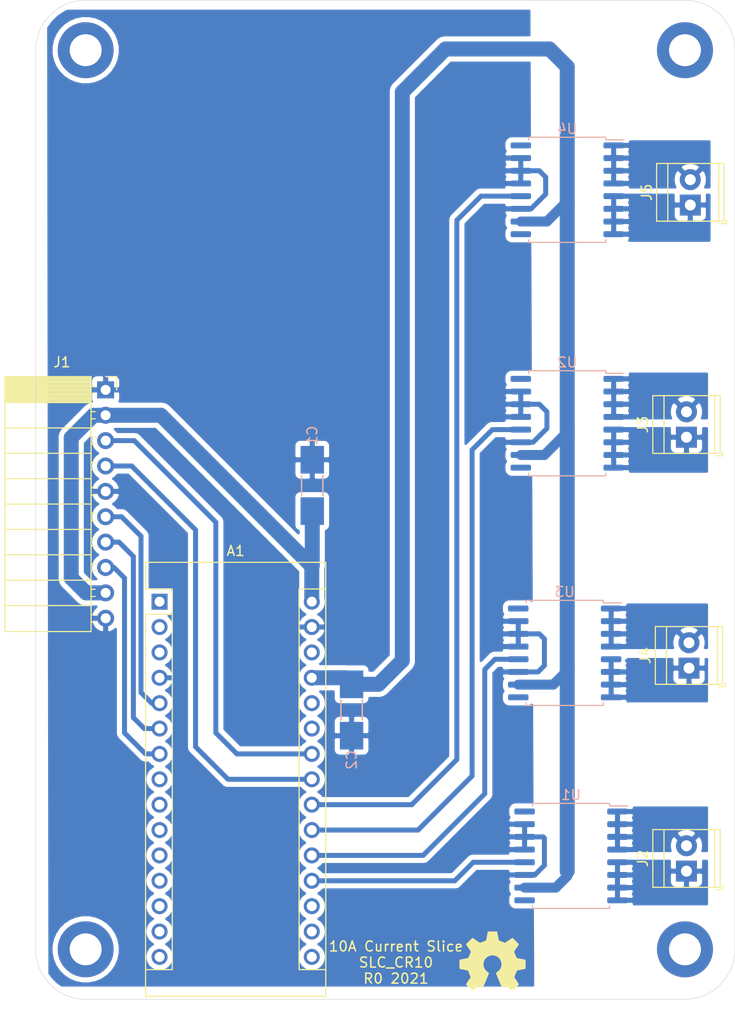
<source format=kicad_pcb>
(kicad_pcb (version 20171130) (host pcbnew 5.1.10-1.fc34)

  (general
    (thickness 1.6)
    (drawings 9)
    (tracks 94)
    (zones 0)
    (modules 17)
    (nets 46)
  )

  (page A4)
  (layers
    (0 F.Cu signal)
    (31 B.Cu signal)
    (32 B.Adhes user)
    (33 F.Adhes user)
    (34 B.Paste user)
    (35 F.Paste user)
    (36 B.SilkS user)
    (37 F.SilkS user)
    (38 B.Mask user)
    (39 F.Mask user)
    (40 Dwgs.User user)
    (41 Cmts.User user)
    (42 Eco1.User user)
    (43 Eco2.User user)
    (44 Edge.Cuts user)
    (45 Margin user)
    (46 B.CrtYd user)
    (47 F.CrtYd user)
    (48 B.Fab user hide)
    (49 F.Fab user hide)
  )

  (setup
    (last_trace_width 0.25)
    (user_trace_width 0.5)
    (user_trace_width 1)
    (user_trace_width 1.5)
    (user_trace_width 2)
    (trace_clearance 0.2)
    (zone_clearance 0.508)
    (zone_45_only no)
    (trace_min 0.2)
    (via_size 0.8)
    (via_drill 0.4)
    (via_min_size 0.4)
    (via_min_drill 0.3)
    (uvia_size 0.3)
    (uvia_drill 0.1)
    (uvias_allowed no)
    (uvia_min_size 0.2)
    (uvia_min_drill 0.1)
    (edge_width 0.05)
    (segment_width 0.2)
    (pcb_text_width 0.3)
    (pcb_text_size 1.5 1.5)
    (mod_edge_width 0.12)
    (mod_text_size 1 1)
    (mod_text_width 0.15)
    (pad_size 1.524 1.524)
    (pad_drill 0.762)
    (pad_to_mask_clearance 0.05)
    (aux_axis_origin 122.6 139.8)
    (grid_origin 122.6 139.8)
    (visible_elements FFFFFF7F)
    (pcbplotparams
      (layerselection 0x010f0_ffffffff)
      (usegerberextensions false)
      (usegerberattributes true)
      (usegerberadvancedattributes true)
      (creategerberjobfile true)
      (excludeedgelayer true)
      (linewidth 0.100000)
      (plotframeref false)
      (viasonmask false)
      (mode 1)
      (useauxorigin false)
      (hpglpennumber 1)
      (hpglpenspeed 20)
      (hpglpendiameter 15.000000)
      (psnegative false)
      (psa4output false)
      (plotreference true)
      (plotvalue true)
      (plotinvisibletext false)
      (padsonsilk false)
      (subtractmaskfromsilk false)
      (outputformat 1)
      (mirror false)
      (drillshape 0)
      (scaleselection 1)
      (outputdirectory "SLC_CR10/"))
  )

  (net 0 "")
  (net 1 "Net-(A1-Pad16)")
  (net 2 "Net-(A1-Pad15)")
  (net 3 "Net-(A1-Pad14)")
  (net 4 GND)
  (net 5 "Net-(A1-Pad13)")
  (net 6 "Net-(A1-Pad28)")
  (net 7 "Net-(A1-Pad12)")
  (net 8 +5V)
  (net 9 "Net-(A1-Pad11)")
  (net 10 "Net-(A1-Pad26)")
  (net 11 "Net-(A1-Pad10)")
  (net 12 "Net-(A1-Pad25)")
  (net 13 "Net-(A1-Pad9)")
  (net 14 /I2C_CLK)
  (net 15 "Net-(A1-Pad8)")
  (net 16 /I2C_DAT)
  (net 17 /SYNC)
  (net 18 /E_STOP)
  (net 19 "Net-(A1-Pad3)")
  (net 20 "Net-(A1-Pad18)")
  (net 21 "Net-(A1-Pad2)")
  (net 22 "Net-(A1-Pad17)")
  (net 23 "Net-(A1-Pad1)")
  (net 24 +12V)
  (net 25 /INT)
  (net 26 /CURR1)
  (net 27 /CURR2)
  (net 28 /CURR3)
  (net 29 /CURR4)
  (net 30 "Net-(J2-Pad2)")
  (net 31 "Net-(J2-Pad1)")
  (net 32 "Net-(J3-Pad2)")
  (net 33 "Net-(J3-Pad1)")
  (net 34 "Net-(J4-Pad2)")
  (net 35 "Net-(J4-Pad1)")
  (net 36 "Net-(J5-Pad2)")
  (net 37 "Net-(J5-Pad1)")
  (net 38 "Net-(U1-Pad16)")
  (net 39 "Net-(U1-Pad9)")
  (net 40 "Net-(U2-Pad16)")
  (net 41 "Net-(U2-Pad9)")
  (net 42 "Net-(U3-Pad16)")
  (net 43 "Net-(U3-Pad9)")
  (net 44 "Net-(U4-Pad16)")
  (net 45 "Net-(U4-Pad9)")

  (net_class Default "This is the default net class."
    (clearance 0.2)
    (trace_width 0.25)
    (via_dia 0.8)
    (via_drill 0.4)
    (uvia_dia 0.3)
    (uvia_drill 0.1)
    (add_net +12V)
    (add_net +5V)
    (add_net /CURR1)
    (add_net /CURR2)
    (add_net /CURR3)
    (add_net /CURR4)
    (add_net /E_STOP)
    (add_net /I2C_CLK)
    (add_net /I2C_DAT)
    (add_net /INT)
    (add_net /SYNC)
    (add_net GND)
    (add_net "Net-(A1-Pad1)")
    (add_net "Net-(A1-Pad10)")
    (add_net "Net-(A1-Pad11)")
    (add_net "Net-(A1-Pad12)")
    (add_net "Net-(A1-Pad13)")
    (add_net "Net-(A1-Pad14)")
    (add_net "Net-(A1-Pad15)")
    (add_net "Net-(A1-Pad16)")
    (add_net "Net-(A1-Pad17)")
    (add_net "Net-(A1-Pad18)")
    (add_net "Net-(A1-Pad2)")
    (add_net "Net-(A1-Pad25)")
    (add_net "Net-(A1-Pad26)")
    (add_net "Net-(A1-Pad28)")
    (add_net "Net-(A1-Pad3)")
    (add_net "Net-(A1-Pad8)")
    (add_net "Net-(A1-Pad9)")
    (add_net "Net-(J2-Pad1)")
    (add_net "Net-(J2-Pad2)")
    (add_net "Net-(J3-Pad1)")
    (add_net "Net-(J3-Pad2)")
    (add_net "Net-(J4-Pad1)")
    (add_net "Net-(J4-Pad2)")
    (add_net "Net-(J5-Pad1)")
    (add_net "Net-(J5-Pad2)")
    (add_net "Net-(U1-Pad16)")
    (add_net "Net-(U1-Pad9)")
    (add_net "Net-(U2-Pad16)")
    (add_net "Net-(U2-Pad9)")
    (add_net "Net-(U3-Pad16)")
    (add_net "Net-(U3-Pad9)")
    (add_net "Net-(U4-Pad16)")
    (add_net "Net-(U4-Pad9)")
  )

  (module Package_SO:SOIC-16W_7.5x10.3mm_P1.27mm (layer B.Cu) (tedit 5D9F72B1) (tstamp 609BFBC2)
    (at 175.813 58.774 180)
    (descr "SOIC, 16 Pin (JEDEC MS-013AA, https://www.analog.com/media/en/package-pcb-resources/package/pkg_pdf/soic_wide-rw/rw_16.pdf), generated with kicad-footprint-generator ipc_gullwing_generator.py")
    (tags "SOIC SO")
    (path /609EA611)
    (attr smd)
    (fp_text reference U4 (at 0 6.1) (layer B.SilkS)
      (effects (font (size 1 1) (thickness 0.15)) (justify mirror))
    )
    (fp_text value ACS723xMATR-10AB (at 0 -6.1) (layer B.Fab)
      (effects (font (size 1 1) (thickness 0.15)) (justify mirror))
    )
    (fp_line (start 0 -5.26) (end 3.86 -5.26) (layer B.SilkS) (width 0.12))
    (fp_line (start 3.86 -5.26) (end 3.86 -5.005) (layer B.SilkS) (width 0.12))
    (fp_line (start 0 -5.26) (end -3.86 -5.26) (layer B.SilkS) (width 0.12))
    (fp_line (start -3.86 -5.26) (end -3.86 -5.005) (layer B.SilkS) (width 0.12))
    (fp_line (start 0 5.26) (end 3.86 5.26) (layer B.SilkS) (width 0.12))
    (fp_line (start 3.86 5.26) (end 3.86 5.005) (layer B.SilkS) (width 0.12))
    (fp_line (start 0 5.26) (end -3.86 5.26) (layer B.SilkS) (width 0.12))
    (fp_line (start -3.86 5.26) (end -3.86 5.005) (layer B.SilkS) (width 0.12))
    (fp_line (start -3.86 5.005) (end -5.675 5.005) (layer B.SilkS) (width 0.12))
    (fp_line (start -2.75 5.15) (end 3.75 5.15) (layer B.Fab) (width 0.1))
    (fp_line (start 3.75 5.15) (end 3.75 -5.15) (layer B.Fab) (width 0.1))
    (fp_line (start 3.75 -5.15) (end -3.75 -5.15) (layer B.Fab) (width 0.1))
    (fp_line (start -3.75 -5.15) (end -3.75 4.15) (layer B.Fab) (width 0.1))
    (fp_line (start -3.75 4.15) (end -2.75 5.15) (layer B.Fab) (width 0.1))
    (fp_line (start -5.93 5.4) (end -5.93 -5.4) (layer B.CrtYd) (width 0.05))
    (fp_line (start -5.93 -5.4) (end 5.93 -5.4) (layer B.CrtYd) (width 0.05))
    (fp_line (start 5.93 -5.4) (end 5.93 5.4) (layer B.CrtYd) (width 0.05))
    (fp_line (start 5.93 5.4) (end -5.93 5.4) (layer B.CrtYd) (width 0.05))
    (fp_text user %R (at 0 0) (layer B.Fab)
      (effects (font (size 1 1) (thickness 0.15)) (justify mirror))
    )
    (pad 16 smd roundrect (at 4.65 4.445 180) (size 2.05 0.6) (layers B.Cu B.Paste B.Mask) (roundrect_rratio 0.25)
      (net 44 "Net-(U4-Pad16)"))
    (pad 15 smd roundrect (at 4.65 3.175 180) (size 2.05 0.6) (layers B.Cu B.Paste B.Mask) (roundrect_rratio 0.25)
      (net 4 GND))
    (pad 14 smd roundrect (at 4.65 1.905 180) (size 2.05 0.6) (layers B.Cu B.Paste B.Mask) (roundrect_rratio 0.25)
      (net 4 GND))
    (pad 13 smd roundrect (at 4.65 0.635 180) (size 2.05 0.6) (layers B.Cu B.Paste B.Mask) (roundrect_rratio 0.25)
      (net 4 GND))
    (pad 12 smd roundrect (at 4.65 -0.635 180) (size 2.05 0.6) (layers B.Cu B.Paste B.Mask) (roundrect_rratio 0.25)
      (net 29 /CURR4))
    (pad 11 smd roundrect (at 4.65 -1.905 180) (size 2.05 0.6) (layers B.Cu B.Paste B.Mask) (roundrect_rratio 0.25)
      (net 4 GND))
    (pad 10 smd roundrect (at 4.65 -3.175 180) (size 2.05 0.6) (layers B.Cu B.Paste B.Mask) (roundrect_rratio 0.25)
      (net 8 +5V))
    (pad 9 smd roundrect (at 4.65 -4.445 180) (size 2.05 0.6) (layers B.Cu B.Paste B.Mask) (roundrect_rratio 0.25)
      (net 45 "Net-(U4-Pad9)"))
    (pad 8 smd roundrect (at -4.65 -4.445 180) (size 2.05 0.6) (layers B.Cu B.Paste B.Mask) (roundrect_rratio 0.25)
      (net 37 "Net-(J5-Pad1)"))
    (pad 7 smd roundrect (at -4.65 -3.175 180) (size 2.05 0.6) (layers B.Cu B.Paste B.Mask) (roundrect_rratio 0.25)
      (net 37 "Net-(J5-Pad1)"))
    (pad 6 smd roundrect (at -4.65 -1.905 180) (size 2.05 0.6) (layers B.Cu B.Paste B.Mask) (roundrect_rratio 0.25)
      (net 37 "Net-(J5-Pad1)"))
    (pad 5 smd roundrect (at -4.65 -0.635 180) (size 2.05 0.6) (layers B.Cu B.Paste B.Mask) (roundrect_rratio 0.25)
      (net 37 "Net-(J5-Pad1)"))
    (pad 4 smd roundrect (at -4.65 0.635 180) (size 2.05 0.6) (layers B.Cu B.Paste B.Mask) (roundrect_rratio 0.25)
      (net 36 "Net-(J5-Pad2)"))
    (pad 3 smd roundrect (at -4.65 1.905 180) (size 2.05 0.6) (layers B.Cu B.Paste B.Mask) (roundrect_rratio 0.25)
      (net 36 "Net-(J5-Pad2)"))
    (pad 2 smd roundrect (at -4.65 3.175 180) (size 2.05 0.6) (layers B.Cu B.Paste B.Mask) (roundrect_rratio 0.25)
      (net 36 "Net-(J5-Pad2)"))
    (pad 1 smd roundrect (at -4.65 4.445 180) (size 2.05 0.6) (layers B.Cu B.Paste B.Mask) (roundrect_rratio 0.25)
      (net 36 "Net-(J5-Pad2)"))
    (model ${KISYS3DMOD}/Package_SO.3dshapes/SOIC-16W_7.5x10.3mm_P1.27mm.wrl
      (at (xyz 0 0 0))
      (scale (xyz 1 1 1))
      (rotate (xyz 0 0 0))
    )
  )

  (module Package_SO:SOIC-16W_7.5x10.3mm_P1.27mm (layer B.Cu) (tedit 5D9F72B1) (tstamp 609BFB9B)
    (at 175.559 105.129 180)
    (descr "SOIC, 16 Pin (JEDEC MS-013AA, https://www.analog.com/media/en/package-pcb-resources/package/pkg_pdf/soic_wide-rw/rw_16.pdf), generated with kicad-footprint-generator ipc_gullwing_generator.py")
    (tags "SOIC SO")
    (path /609D0722)
    (attr smd)
    (fp_text reference U3 (at 0 6.1) (layer B.SilkS)
      (effects (font (size 1 1) (thickness 0.15)) (justify mirror))
    )
    (fp_text value ACS723xMATR-10AB (at 0 -6.1) (layer B.Fab)
      (effects (font (size 1 1) (thickness 0.15)) (justify mirror))
    )
    (fp_line (start 0 -5.26) (end 3.86 -5.26) (layer B.SilkS) (width 0.12))
    (fp_line (start 3.86 -5.26) (end 3.86 -5.005) (layer B.SilkS) (width 0.12))
    (fp_line (start 0 -5.26) (end -3.86 -5.26) (layer B.SilkS) (width 0.12))
    (fp_line (start -3.86 -5.26) (end -3.86 -5.005) (layer B.SilkS) (width 0.12))
    (fp_line (start 0 5.26) (end 3.86 5.26) (layer B.SilkS) (width 0.12))
    (fp_line (start 3.86 5.26) (end 3.86 5.005) (layer B.SilkS) (width 0.12))
    (fp_line (start 0 5.26) (end -3.86 5.26) (layer B.SilkS) (width 0.12))
    (fp_line (start -3.86 5.26) (end -3.86 5.005) (layer B.SilkS) (width 0.12))
    (fp_line (start -3.86 5.005) (end -5.675 5.005) (layer B.SilkS) (width 0.12))
    (fp_line (start -2.75 5.15) (end 3.75 5.15) (layer B.Fab) (width 0.1))
    (fp_line (start 3.75 5.15) (end 3.75 -5.15) (layer B.Fab) (width 0.1))
    (fp_line (start 3.75 -5.15) (end -3.75 -5.15) (layer B.Fab) (width 0.1))
    (fp_line (start -3.75 -5.15) (end -3.75 4.15) (layer B.Fab) (width 0.1))
    (fp_line (start -3.75 4.15) (end -2.75 5.15) (layer B.Fab) (width 0.1))
    (fp_line (start -5.93 5.4) (end -5.93 -5.4) (layer B.CrtYd) (width 0.05))
    (fp_line (start -5.93 -5.4) (end 5.93 -5.4) (layer B.CrtYd) (width 0.05))
    (fp_line (start 5.93 -5.4) (end 5.93 5.4) (layer B.CrtYd) (width 0.05))
    (fp_line (start 5.93 5.4) (end -5.93 5.4) (layer B.CrtYd) (width 0.05))
    (fp_text user %R (at 0 0) (layer B.Fab)
      (effects (font (size 1 1) (thickness 0.15)) (justify mirror))
    )
    (pad 16 smd roundrect (at 4.65 4.445 180) (size 2.05 0.6) (layers B.Cu B.Paste B.Mask) (roundrect_rratio 0.25)
      (net 42 "Net-(U3-Pad16)"))
    (pad 15 smd roundrect (at 4.65 3.175 180) (size 2.05 0.6) (layers B.Cu B.Paste B.Mask) (roundrect_rratio 0.25)
      (net 4 GND))
    (pad 14 smd roundrect (at 4.65 1.905 180) (size 2.05 0.6) (layers B.Cu B.Paste B.Mask) (roundrect_rratio 0.25)
      (net 4 GND))
    (pad 13 smd roundrect (at 4.65 0.635 180) (size 2.05 0.6) (layers B.Cu B.Paste B.Mask) (roundrect_rratio 0.25)
      (net 4 GND))
    (pad 12 smd roundrect (at 4.65 -0.635 180) (size 2.05 0.6) (layers B.Cu B.Paste B.Mask) (roundrect_rratio 0.25)
      (net 27 /CURR2))
    (pad 11 smd roundrect (at 4.65 -1.905 180) (size 2.05 0.6) (layers B.Cu B.Paste B.Mask) (roundrect_rratio 0.25)
      (net 4 GND))
    (pad 10 smd roundrect (at 4.65 -3.175 180) (size 2.05 0.6) (layers B.Cu B.Paste B.Mask) (roundrect_rratio 0.25)
      (net 8 +5V))
    (pad 9 smd roundrect (at 4.65 -4.445 180) (size 2.05 0.6) (layers B.Cu B.Paste B.Mask) (roundrect_rratio 0.25)
      (net 43 "Net-(U3-Pad9)"))
    (pad 8 smd roundrect (at -4.65 -4.445 180) (size 2.05 0.6) (layers B.Cu B.Paste B.Mask) (roundrect_rratio 0.25)
      (net 35 "Net-(J4-Pad1)"))
    (pad 7 smd roundrect (at -4.65 -3.175 180) (size 2.05 0.6) (layers B.Cu B.Paste B.Mask) (roundrect_rratio 0.25)
      (net 35 "Net-(J4-Pad1)"))
    (pad 6 smd roundrect (at -4.65 -1.905 180) (size 2.05 0.6) (layers B.Cu B.Paste B.Mask) (roundrect_rratio 0.25)
      (net 35 "Net-(J4-Pad1)"))
    (pad 5 smd roundrect (at -4.65 -0.635 180) (size 2.05 0.6) (layers B.Cu B.Paste B.Mask) (roundrect_rratio 0.25)
      (net 35 "Net-(J4-Pad1)"))
    (pad 4 smd roundrect (at -4.65 0.635 180) (size 2.05 0.6) (layers B.Cu B.Paste B.Mask) (roundrect_rratio 0.25)
      (net 34 "Net-(J4-Pad2)"))
    (pad 3 smd roundrect (at -4.65 1.905 180) (size 2.05 0.6) (layers B.Cu B.Paste B.Mask) (roundrect_rratio 0.25)
      (net 34 "Net-(J4-Pad2)"))
    (pad 2 smd roundrect (at -4.65 3.175 180) (size 2.05 0.6) (layers B.Cu B.Paste B.Mask) (roundrect_rratio 0.25)
      (net 34 "Net-(J4-Pad2)"))
    (pad 1 smd roundrect (at -4.65 4.445 180) (size 2.05 0.6) (layers B.Cu B.Paste B.Mask) (roundrect_rratio 0.25)
      (net 34 "Net-(J4-Pad2)"))
    (model ${KISYS3DMOD}/Package_SO.3dshapes/SOIC-16W_7.5x10.3mm_P1.27mm.wrl
      (at (xyz 0 0 0))
      (scale (xyz 1 1 1))
      (rotate (xyz 0 0 0))
    )
  )

  (module Package_SO:SOIC-16W_7.5x10.3mm_P1.27mm (layer B.Cu) (tedit 5D9F72B1) (tstamp 609BFB74)
    (at 175.813 82.142 180)
    (descr "SOIC, 16 Pin (JEDEC MS-013AA, https://www.analog.com/media/en/package-pcb-resources/package/pkg_pdf/soic_wide-rw/rw_16.pdf), generated with kicad-footprint-generator ipc_gullwing_generator.py")
    (tags "SOIC SO")
    (path /609E474B)
    (attr smd)
    (fp_text reference U2 (at 0 6.1) (layer B.SilkS)
      (effects (font (size 1 1) (thickness 0.15)) (justify mirror))
    )
    (fp_text value ACS723xMATR-10AB (at 0 -6.1) (layer B.Fab)
      (effects (font (size 1 1) (thickness 0.15)) (justify mirror))
    )
    (fp_line (start 0 -5.26) (end 3.86 -5.26) (layer B.SilkS) (width 0.12))
    (fp_line (start 3.86 -5.26) (end 3.86 -5.005) (layer B.SilkS) (width 0.12))
    (fp_line (start 0 -5.26) (end -3.86 -5.26) (layer B.SilkS) (width 0.12))
    (fp_line (start -3.86 -5.26) (end -3.86 -5.005) (layer B.SilkS) (width 0.12))
    (fp_line (start 0 5.26) (end 3.86 5.26) (layer B.SilkS) (width 0.12))
    (fp_line (start 3.86 5.26) (end 3.86 5.005) (layer B.SilkS) (width 0.12))
    (fp_line (start 0 5.26) (end -3.86 5.26) (layer B.SilkS) (width 0.12))
    (fp_line (start -3.86 5.26) (end -3.86 5.005) (layer B.SilkS) (width 0.12))
    (fp_line (start -3.86 5.005) (end -5.675 5.005) (layer B.SilkS) (width 0.12))
    (fp_line (start -2.75 5.15) (end 3.75 5.15) (layer B.Fab) (width 0.1))
    (fp_line (start 3.75 5.15) (end 3.75 -5.15) (layer B.Fab) (width 0.1))
    (fp_line (start 3.75 -5.15) (end -3.75 -5.15) (layer B.Fab) (width 0.1))
    (fp_line (start -3.75 -5.15) (end -3.75 4.15) (layer B.Fab) (width 0.1))
    (fp_line (start -3.75 4.15) (end -2.75 5.15) (layer B.Fab) (width 0.1))
    (fp_line (start -5.93 5.4) (end -5.93 -5.4) (layer B.CrtYd) (width 0.05))
    (fp_line (start -5.93 -5.4) (end 5.93 -5.4) (layer B.CrtYd) (width 0.05))
    (fp_line (start 5.93 -5.4) (end 5.93 5.4) (layer B.CrtYd) (width 0.05))
    (fp_line (start 5.93 5.4) (end -5.93 5.4) (layer B.CrtYd) (width 0.05))
    (fp_text user %R (at 0 0) (layer B.Fab)
      (effects (font (size 1 1) (thickness 0.15)) (justify mirror))
    )
    (pad 16 smd roundrect (at 4.65 4.445 180) (size 2.05 0.6) (layers B.Cu B.Paste B.Mask) (roundrect_rratio 0.25)
      (net 40 "Net-(U2-Pad16)"))
    (pad 15 smd roundrect (at 4.65 3.175 180) (size 2.05 0.6) (layers B.Cu B.Paste B.Mask) (roundrect_rratio 0.25)
      (net 4 GND))
    (pad 14 smd roundrect (at 4.65 1.905 180) (size 2.05 0.6) (layers B.Cu B.Paste B.Mask) (roundrect_rratio 0.25)
      (net 4 GND))
    (pad 13 smd roundrect (at 4.65 0.635 180) (size 2.05 0.6) (layers B.Cu B.Paste B.Mask) (roundrect_rratio 0.25)
      (net 4 GND))
    (pad 12 smd roundrect (at 4.65 -0.635 180) (size 2.05 0.6) (layers B.Cu B.Paste B.Mask) (roundrect_rratio 0.25)
      (net 28 /CURR3))
    (pad 11 smd roundrect (at 4.65 -1.905 180) (size 2.05 0.6) (layers B.Cu B.Paste B.Mask) (roundrect_rratio 0.25)
      (net 4 GND))
    (pad 10 smd roundrect (at 4.65 -3.175 180) (size 2.05 0.6) (layers B.Cu B.Paste B.Mask) (roundrect_rratio 0.25)
      (net 8 +5V))
    (pad 9 smd roundrect (at 4.65 -4.445 180) (size 2.05 0.6) (layers B.Cu B.Paste B.Mask) (roundrect_rratio 0.25)
      (net 41 "Net-(U2-Pad9)"))
    (pad 8 smd roundrect (at -4.65 -4.445 180) (size 2.05 0.6) (layers B.Cu B.Paste B.Mask) (roundrect_rratio 0.25)
      (net 33 "Net-(J3-Pad1)"))
    (pad 7 smd roundrect (at -4.65 -3.175 180) (size 2.05 0.6) (layers B.Cu B.Paste B.Mask) (roundrect_rratio 0.25)
      (net 33 "Net-(J3-Pad1)"))
    (pad 6 smd roundrect (at -4.65 -1.905 180) (size 2.05 0.6) (layers B.Cu B.Paste B.Mask) (roundrect_rratio 0.25)
      (net 33 "Net-(J3-Pad1)"))
    (pad 5 smd roundrect (at -4.65 -0.635 180) (size 2.05 0.6) (layers B.Cu B.Paste B.Mask) (roundrect_rratio 0.25)
      (net 33 "Net-(J3-Pad1)"))
    (pad 4 smd roundrect (at -4.65 0.635 180) (size 2.05 0.6) (layers B.Cu B.Paste B.Mask) (roundrect_rratio 0.25)
      (net 32 "Net-(J3-Pad2)"))
    (pad 3 smd roundrect (at -4.65 1.905 180) (size 2.05 0.6) (layers B.Cu B.Paste B.Mask) (roundrect_rratio 0.25)
      (net 32 "Net-(J3-Pad2)"))
    (pad 2 smd roundrect (at -4.65 3.175 180) (size 2.05 0.6) (layers B.Cu B.Paste B.Mask) (roundrect_rratio 0.25)
      (net 32 "Net-(J3-Pad2)"))
    (pad 1 smd roundrect (at -4.65 4.445 180) (size 2.05 0.6) (layers B.Cu B.Paste B.Mask) (roundrect_rratio 0.25)
      (net 32 "Net-(J3-Pad2)"))
    (model ${KISYS3DMOD}/Package_SO.3dshapes/SOIC-16W_7.5x10.3mm_P1.27mm.wrl
      (at (xyz 0 0 0))
      (scale (xyz 1 1 1))
      (rotate (xyz 0 0 0))
    )
  )

  (module Package_SO:SOIC-16W_7.5x10.3mm_P1.27mm (layer B.Cu) (tedit 5D9F72B1) (tstamp 609BFB4D)
    (at 176.194 125.449 180)
    (descr "SOIC, 16 Pin (JEDEC MS-013AA, https://www.analog.com/media/en/package-pcb-resources/package/pkg_pdf/soic_wide-rw/rw_16.pdf), generated with kicad-footprint-generator ipc_gullwing_generator.py")
    (tags "SOIC SO")
    (path /609BF689)
    (attr smd)
    (fp_text reference U1 (at 0 6.1) (layer B.SilkS)
      (effects (font (size 1 1) (thickness 0.15)) (justify mirror))
    )
    (fp_text value ACS723xMATR-10AB (at 0 -6.1) (layer B.Fab)
      (effects (font (size 1 1) (thickness 0.15)) (justify mirror))
    )
    (fp_line (start 0 -5.26) (end 3.86 -5.26) (layer B.SilkS) (width 0.12))
    (fp_line (start 3.86 -5.26) (end 3.86 -5.005) (layer B.SilkS) (width 0.12))
    (fp_line (start 0 -5.26) (end -3.86 -5.26) (layer B.SilkS) (width 0.12))
    (fp_line (start -3.86 -5.26) (end -3.86 -5.005) (layer B.SilkS) (width 0.12))
    (fp_line (start 0 5.26) (end 3.86 5.26) (layer B.SilkS) (width 0.12))
    (fp_line (start 3.86 5.26) (end 3.86 5.005) (layer B.SilkS) (width 0.12))
    (fp_line (start 0 5.26) (end -3.86 5.26) (layer B.SilkS) (width 0.12))
    (fp_line (start -3.86 5.26) (end -3.86 5.005) (layer B.SilkS) (width 0.12))
    (fp_line (start -3.86 5.005) (end -5.675 5.005) (layer B.SilkS) (width 0.12))
    (fp_line (start -2.75 5.15) (end 3.75 5.15) (layer B.Fab) (width 0.1))
    (fp_line (start 3.75 5.15) (end 3.75 -5.15) (layer B.Fab) (width 0.1))
    (fp_line (start 3.75 -5.15) (end -3.75 -5.15) (layer B.Fab) (width 0.1))
    (fp_line (start -3.75 -5.15) (end -3.75 4.15) (layer B.Fab) (width 0.1))
    (fp_line (start -3.75 4.15) (end -2.75 5.15) (layer B.Fab) (width 0.1))
    (fp_line (start -5.93 5.4) (end -5.93 -5.4) (layer B.CrtYd) (width 0.05))
    (fp_line (start -5.93 -5.4) (end 5.93 -5.4) (layer B.CrtYd) (width 0.05))
    (fp_line (start 5.93 -5.4) (end 5.93 5.4) (layer B.CrtYd) (width 0.05))
    (fp_line (start 5.93 5.4) (end -5.93 5.4) (layer B.CrtYd) (width 0.05))
    (fp_text user %R (at 0 0) (layer B.Fab)
      (effects (font (size 1 1) (thickness 0.15)) (justify mirror))
    )
    (pad 16 smd roundrect (at 4.65 4.445 180) (size 2.05 0.6) (layers B.Cu B.Paste B.Mask) (roundrect_rratio 0.25)
      (net 38 "Net-(U1-Pad16)"))
    (pad 15 smd roundrect (at 4.65 3.175 180) (size 2.05 0.6) (layers B.Cu B.Paste B.Mask) (roundrect_rratio 0.25)
      (net 4 GND))
    (pad 14 smd roundrect (at 4.65 1.905 180) (size 2.05 0.6) (layers B.Cu B.Paste B.Mask) (roundrect_rratio 0.25)
      (net 4 GND))
    (pad 13 smd roundrect (at 4.65 0.635 180) (size 2.05 0.6) (layers B.Cu B.Paste B.Mask) (roundrect_rratio 0.25)
      (net 4 GND))
    (pad 12 smd roundrect (at 4.65 -0.635 180) (size 2.05 0.6) (layers B.Cu B.Paste B.Mask) (roundrect_rratio 0.25)
      (net 26 /CURR1))
    (pad 11 smd roundrect (at 4.65 -1.905 180) (size 2.05 0.6) (layers B.Cu B.Paste B.Mask) (roundrect_rratio 0.25)
      (net 4 GND))
    (pad 10 smd roundrect (at 4.65 -3.175 180) (size 2.05 0.6) (layers B.Cu B.Paste B.Mask) (roundrect_rratio 0.25)
      (net 8 +5V))
    (pad 9 smd roundrect (at 4.65 -4.445 180) (size 2.05 0.6) (layers B.Cu B.Paste B.Mask) (roundrect_rratio 0.25)
      (net 39 "Net-(U1-Pad9)"))
    (pad 8 smd roundrect (at -4.65 -4.445 180) (size 2.05 0.6) (layers B.Cu B.Paste B.Mask) (roundrect_rratio 0.25)
      (net 31 "Net-(J2-Pad1)"))
    (pad 7 smd roundrect (at -4.65 -3.175 180) (size 2.05 0.6) (layers B.Cu B.Paste B.Mask) (roundrect_rratio 0.25)
      (net 31 "Net-(J2-Pad1)"))
    (pad 6 smd roundrect (at -4.65 -1.905 180) (size 2.05 0.6) (layers B.Cu B.Paste B.Mask) (roundrect_rratio 0.25)
      (net 31 "Net-(J2-Pad1)"))
    (pad 5 smd roundrect (at -4.65 -0.635 180) (size 2.05 0.6) (layers B.Cu B.Paste B.Mask) (roundrect_rratio 0.25)
      (net 31 "Net-(J2-Pad1)"))
    (pad 4 smd roundrect (at -4.65 0.635 180) (size 2.05 0.6) (layers B.Cu B.Paste B.Mask) (roundrect_rratio 0.25)
      (net 30 "Net-(J2-Pad2)"))
    (pad 3 smd roundrect (at -4.65 1.905 180) (size 2.05 0.6) (layers B.Cu B.Paste B.Mask) (roundrect_rratio 0.25)
      (net 30 "Net-(J2-Pad2)"))
    (pad 2 smd roundrect (at -4.65 3.175 180) (size 2.05 0.6) (layers B.Cu B.Paste B.Mask) (roundrect_rratio 0.25)
      (net 30 "Net-(J2-Pad2)"))
    (pad 1 smd roundrect (at -4.65 4.445 180) (size 2.05 0.6) (layers B.Cu B.Paste B.Mask) (roundrect_rratio 0.25)
      (net 30 "Net-(J2-Pad2)"))
    (model ${KISYS3DMOD}/Package_SO.3dshapes/SOIC-16W_7.5x10.3mm_P1.27mm.wrl
      (at (xyz 0 0 0))
      (scale (xyz 1 1 1))
      (rotate (xyz 0 0 0))
    )
  )

  (module TerminalBlock_TE-Connectivity:TerminalBlock_TE_282834-2_1x02_P2.54mm_Horizontal (layer F.Cu) (tedit 5B1EC513) (tstamp 609BFB1E)
    (at 188.132 60.298 90)
    (descr "Terminal Block TE 282834-2, 2 pins, pitch 2.54mm, size 5.54x6.5mm^2, drill diamater 1.1mm, pad diameter 2.1mm, see http://www.te.com/commerce/DocumentDelivery/DDEController?Action=showdoc&DocId=Customer+Drawing%7F282834%7FC1%7Fpdf%7FEnglish%7FENG_CD_282834_C1.pdf, script-generated using https://github.com/pointhi/kicad-footprint-generator/scripts/TerminalBlock_TE-Connectivity")
    (tags "THT Terminal Block TE 282834-2 pitch 2.54mm size 5.54x6.5mm^2 drill 1.1mm pad 2.1mm")
    (path /609EA617)
    (fp_text reference J5 (at 1.27 -4.37 90) (layer F.SilkS)
      (effects (font (size 1 1) (thickness 0.15)))
    )
    (fp_text value Screw_Terminal_01x02 (at 1.27 4.37 90) (layer F.Fab)
      (effects (font (size 1 1) (thickness 0.15)))
    )
    (fp_circle (center 0 0) (end 1.1 0) (layer F.Fab) (width 0.1))
    (fp_circle (center 2.54 0) (end 3.64 0) (layer F.Fab) (width 0.1))
    (fp_line (start -1.5 -3.25) (end 4.04 -3.25) (layer F.Fab) (width 0.1))
    (fp_line (start 4.04 -3.25) (end 4.04 3.25) (layer F.Fab) (width 0.1))
    (fp_line (start 4.04 3.25) (end -1.1 3.25) (layer F.Fab) (width 0.1))
    (fp_line (start -1.1 3.25) (end -1.5 2.85) (layer F.Fab) (width 0.1))
    (fp_line (start -1.5 2.85) (end -1.5 -3.25) (layer F.Fab) (width 0.1))
    (fp_line (start -1.5 2.85) (end 4.04 2.85) (layer F.Fab) (width 0.1))
    (fp_line (start -1.62 2.85) (end 4.16 2.85) (layer F.SilkS) (width 0.12))
    (fp_line (start -1.5 -2.25) (end 4.04 -2.25) (layer F.Fab) (width 0.1))
    (fp_line (start -1.62 -2.25) (end 4.16 -2.25) (layer F.SilkS) (width 0.12))
    (fp_line (start -1.62 -3.37) (end 4.16 -3.37) (layer F.SilkS) (width 0.12))
    (fp_line (start -1.62 3.37) (end 4.16 3.37) (layer F.SilkS) (width 0.12))
    (fp_line (start -1.62 -3.37) (end -1.62 3.37) (layer F.SilkS) (width 0.12))
    (fp_line (start 4.16 -3.37) (end 4.16 3.37) (layer F.SilkS) (width 0.12))
    (fp_line (start 0.835 -0.7) (end -0.701 0.835) (layer F.Fab) (width 0.1))
    (fp_line (start 0.701 -0.835) (end -0.835 0.7) (layer F.Fab) (width 0.1))
    (fp_line (start 3.375 -0.7) (end 1.84 0.835) (layer F.Fab) (width 0.1))
    (fp_line (start 3.241 -0.835) (end 1.706 0.7) (layer F.Fab) (width 0.1))
    (fp_line (start -1.86 2.97) (end -1.86 3.61) (layer F.SilkS) (width 0.12))
    (fp_line (start -1.86 3.61) (end -1.46 3.61) (layer F.SilkS) (width 0.12))
    (fp_line (start -2 -3.75) (end -2 3.75) (layer F.CrtYd) (width 0.05))
    (fp_line (start -2 3.75) (end 4.54 3.75) (layer F.CrtYd) (width 0.05))
    (fp_line (start 4.54 3.75) (end 4.54 -3.75) (layer F.CrtYd) (width 0.05))
    (fp_line (start 4.54 -3.75) (end -2 -3.75) (layer F.CrtYd) (width 0.05))
    (fp_text user %R (at 1.27 2 90) (layer F.Fab)
      (effects (font (size 1 1) (thickness 0.15)))
    )
    (pad 2 thru_hole circle (at 2.54 0 90) (size 2.1 2.1) (drill 1.1) (layers *.Cu *.Mask)
      (net 36 "Net-(J5-Pad2)"))
    (pad 1 thru_hole rect (at 0 0 90) (size 2.1 2.1) (drill 1.1) (layers *.Cu *.Mask)
      (net 37 "Net-(J5-Pad1)"))
    (model ${KISYS3DMOD}/TerminalBlock_TE-Connectivity.3dshapes/TerminalBlock_TE_282834-2_1x02_P2.54mm_Horizontal.wrl
      (at (xyz 0 0 0))
      (scale (xyz 1 1 1))
      (rotate (xyz 0 0 0))
    )
  )

  (module TerminalBlock_TE-Connectivity:TerminalBlock_TE_282834-2_1x02_P2.54mm_Horizontal (layer F.Cu) (tedit 5B1EC513) (tstamp 609BFAFE)
    (at 188.005 106.653 90)
    (descr "Terminal Block TE 282834-2, 2 pins, pitch 2.54mm, size 5.54x6.5mm^2, drill diamater 1.1mm, pad diameter 2.1mm, see http://www.te.com/commerce/DocumentDelivery/DDEController?Action=showdoc&DocId=Customer+Drawing%7F282834%7FC1%7Fpdf%7FEnglish%7FENG_CD_282834_C1.pdf, script-generated using https://github.com/pointhi/kicad-footprint-generator/scripts/TerminalBlock_TE-Connectivity")
    (tags "THT Terminal Block TE 282834-2 pitch 2.54mm size 5.54x6.5mm^2 drill 1.1mm pad 2.1mm")
    (path /609D0728)
    (fp_text reference J4 (at 1.27 -4.37 90) (layer F.SilkS)
      (effects (font (size 1 1) (thickness 0.15)))
    )
    (fp_text value Screw_Terminal_01x02 (at 1.27 4.37 90) (layer F.Fab)
      (effects (font (size 1 1) (thickness 0.15)))
    )
    (fp_circle (center 0 0) (end 1.1 0) (layer F.Fab) (width 0.1))
    (fp_circle (center 2.54 0) (end 3.64 0) (layer F.Fab) (width 0.1))
    (fp_line (start -1.5 -3.25) (end 4.04 -3.25) (layer F.Fab) (width 0.1))
    (fp_line (start 4.04 -3.25) (end 4.04 3.25) (layer F.Fab) (width 0.1))
    (fp_line (start 4.04 3.25) (end -1.1 3.25) (layer F.Fab) (width 0.1))
    (fp_line (start -1.1 3.25) (end -1.5 2.85) (layer F.Fab) (width 0.1))
    (fp_line (start -1.5 2.85) (end -1.5 -3.25) (layer F.Fab) (width 0.1))
    (fp_line (start -1.5 2.85) (end 4.04 2.85) (layer F.Fab) (width 0.1))
    (fp_line (start -1.62 2.85) (end 4.16 2.85) (layer F.SilkS) (width 0.12))
    (fp_line (start -1.5 -2.25) (end 4.04 -2.25) (layer F.Fab) (width 0.1))
    (fp_line (start -1.62 -2.25) (end 4.16 -2.25) (layer F.SilkS) (width 0.12))
    (fp_line (start -1.62 -3.37) (end 4.16 -3.37) (layer F.SilkS) (width 0.12))
    (fp_line (start -1.62 3.37) (end 4.16 3.37) (layer F.SilkS) (width 0.12))
    (fp_line (start -1.62 -3.37) (end -1.62 3.37) (layer F.SilkS) (width 0.12))
    (fp_line (start 4.16 -3.37) (end 4.16 3.37) (layer F.SilkS) (width 0.12))
    (fp_line (start 0.835 -0.7) (end -0.701 0.835) (layer F.Fab) (width 0.1))
    (fp_line (start 0.701 -0.835) (end -0.835 0.7) (layer F.Fab) (width 0.1))
    (fp_line (start 3.375 -0.7) (end 1.84 0.835) (layer F.Fab) (width 0.1))
    (fp_line (start 3.241 -0.835) (end 1.706 0.7) (layer F.Fab) (width 0.1))
    (fp_line (start -1.86 2.97) (end -1.86 3.61) (layer F.SilkS) (width 0.12))
    (fp_line (start -1.86 3.61) (end -1.46 3.61) (layer F.SilkS) (width 0.12))
    (fp_line (start -2 -3.75) (end -2 3.75) (layer F.CrtYd) (width 0.05))
    (fp_line (start -2 3.75) (end 4.54 3.75) (layer F.CrtYd) (width 0.05))
    (fp_line (start 4.54 3.75) (end 4.54 -3.75) (layer F.CrtYd) (width 0.05))
    (fp_line (start 4.54 -3.75) (end -2 -3.75) (layer F.CrtYd) (width 0.05))
    (fp_text user %R (at 1.27 2 90) (layer F.Fab)
      (effects (font (size 1 1) (thickness 0.15)))
    )
    (pad 2 thru_hole circle (at 2.54 0 90) (size 2.1 2.1) (drill 1.1) (layers *.Cu *.Mask)
      (net 34 "Net-(J4-Pad2)"))
    (pad 1 thru_hole rect (at 0 0 90) (size 2.1 2.1) (drill 1.1) (layers *.Cu *.Mask)
      (net 35 "Net-(J4-Pad1)"))
    (model ${KISYS3DMOD}/TerminalBlock_TE-Connectivity.3dshapes/TerminalBlock_TE_282834-2_1x02_P2.54mm_Horizontal.wrl
      (at (xyz 0 0 0))
      (scale (xyz 1 1 1))
      (rotate (xyz 0 0 0))
    )
  )

  (module TerminalBlock_TE-Connectivity:TerminalBlock_TE_282834-2_1x02_P2.54mm_Horizontal (layer F.Cu) (tedit 5B1EC513) (tstamp 609BFADE)
    (at 187.751 83.539 90)
    (descr "Terminal Block TE 282834-2, 2 pins, pitch 2.54mm, size 5.54x6.5mm^2, drill diamater 1.1mm, pad diameter 2.1mm, see http://www.te.com/commerce/DocumentDelivery/DDEController?Action=showdoc&DocId=Customer+Drawing%7F282834%7FC1%7Fpdf%7FEnglish%7FENG_CD_282834_C1.pdf, script-generated using https://github.com/pointhi/kicad-footprint-generator/scripts/TerminalBlock_TE-Connectivity")
    (tags "THT Terminal Block TE 282834-2 pitch 2.54mm size 5.54x6.5mm^2 drill 1.1mm pad 2.1mm")
    (path /609E4751)
    (fp_text reference J3 (at 1.27 -4.37 90) (layer F.SilkS)
      (effects (font (size 1 1) (thickness 0.15)))
    )
    (fp_text value Screw_Terminal_01x02 (at 1.27 4.37 90) (layer F.Fab)
      (effects (font (size 1 1) (thickness 0.15)))
    )
    (fp_circle (center 0 0) (end 1.1 0) (layer F.Fab) (width 0.1))
    (fp_circle (center 2.54 0) (end 3.64 0) (layer F.Fab) (width 0.1))
    (fp_line (start -1.5 -3.25) (end 4.04 -3.25) (layer F.Fab) (width 0.1))
    (fp_line (start 4.04 -3.25) (end 4.04 3.25) (layer F.Fab) (width 0.1))
    (fp_line (start 4.04 3.25) (end -1.1 3.25) (layer F.Fab) (width 0.1))
    (fp_line (start -1.1 3.25) (end -1.5 2.85) (layer F.Fab) (width 0.1))
    (fp_line (start -1.5 2.85) (end -1.5 -3.25) (layer F.Fab) (width 0.1))
    (fp_line (start -1.5 2.85) (end 4.04 2.85) (layer F.Fab) (width 0.1))
    (fp_line (start -1.62 2.85) (end 4.16 2.85) (layer F.SilkS) (width 0.12))
    (fp_line (start -1.5 -2.25) (end 4.04 -2.25) (layer F.Fab) (width 0.1))
    (fp_line (start -1.62 -2.25) (end 4.16 -2.25) (layer F.SilkS) (width 0.12))
    (fp_line (start -1.62 -3.37) (end 4.16 -3.37) (layer F.SilkS) (width 0.12))
    (fp_line (start -1.62 3.37) (end 4.16 3.37) (layer F.SilkS) (width 0.12))
    (fp_line (start -1.62 -3.37) (end -1.62 3.37) (layer F.SilkS) (width 0.12))
    (fp_line (start 4.16 -3.37) (end 4.16 3.37) (layer F.SilkS) (width 0.12))
    (fp_line (start 0.835 -0.7) (end -0.701 0.835) (layer F.Fab) (width 0.1))
    (fp_line (start 0.701 -0.835) (end -0.835 0.7) (layer F.Fab) (width 0.1))
    (fp_line (start 3.375 -0.7) (end 1.84 0.835) (layer F.Fab) (width 0.1))
    (fp_line (start 3.241 -0.835) (end 1.706 0.7) (layer F.Fab) (width 0.1))
    (fp_line (start -1.86 2.97) (end -1.86 3.61) (layer F.SilkS) (width 0.12))
    (fp_line (start -1.86 3.61) (end -1.46 3.61) (layer F.SilkS) (width 0.12))
    (fp_line (start -2 -3.75) (end -2 3.75) (layer F.CrtYd) (width 0.05))
    (fp_line (start -2 3.75) (end 4.54 3.75) (layer F.CrtYd) (width 0.05))
    (fp_line (start 4.54 3.75) (end 4.54 -3.75) (layer F.CrtYd) (width 0.05))
    (fp_line (start 4.54 -3.75) (end -2 -3.75) (layer F.CrtYd) (width 0.05))
    (fp_text user %R (at 1.27 2 90) (layer F.Fab)
      (effects (font (size 1 1) (thickness 0.15)))
    )
    (pad 2 thru_hole circle (at 2.54 0 90) (size 2.1 2.1) (drill 1.1) (layers *.Cu *.Mask)
      (net 32 "Net-(J3-Pad2)"))
    (pad 1 thru_hole rect (at 0 0 90) (size 2.1 2.1) (drill 1.1) (layers *.Cu *.Mask)
      (net 33 "Net-(J3-Pad1)"))
    (model ${KISYS3DMOD}/TerminalBlock_TE-Connectivity.3dshapes/TerminalBlock_TE_282834-2_1x02_P2.54mm_Horizontal.wrl
      (at (xyz 0 0 0))
      (scale (xyz 1 1 1))
      (rotate (xyz 0 0 0))
    )
  )

  (module TerminalBlock_TE-Connectivity:TerminalBlock_TE_282834-2_1x02_P2.54mm_Horizontal (layer F.Cu) (tedit 5B1EC513) (tstamp 609BFABE)
    (at 187.751 126.973 90)
    (descr "Terminal Block TE 282834-2, 2 pins, pitch 2.54mm, size 5.54x6.5mm^2, drill diamater 1.1mm, pad diameter 2.1mm, see http://www.te.com/commerce/DocumentDelivery/DDEController?Action=showdoc&DocId=Customer+Drawing%7F282834%7FC1%7Fpdf%7FEnglish%7FENG_CD_282834_C1.pdf, script-generated using https://github.com/pointhi/kicad-footprint-generator/scripts/TerminalBlock_TE-Connectivity")
    (tags "THT Terminal Block TE 282834-2 pitch 2.54mm size 5.54x6.5mm^2 drill 1.1mm pad 2.1mm")
    (path /609C1140)
    (fp_text reference J2 (at 1.27 -4.37 90) (layer F.SilkS)
      (effects (font (size 1 1) (thickness 0.15)))
    )
    (fp_text value Screw_Terminal_01x02 (at 1.27 4.37 90) (layer F.Fab)
      (effects (font (size 1 1) (thickness 0.15)))
    )
    (fp_circle (center 0 0) (end 1.1 0) (layer F.Fab) (width 0.1))
    (fp_circle (center 2.54 0) (end 3.64 0) (layer F.Fab) (width 0.1))
    (fp_line (start -1.5 -3.25) (end 4.04 -3.25) (layer F.Fab) (width 0.1))
    (fp_line (start 4.04 -3.25) (end 4.04 3.25) (layer F.Fab) (width 0.1))
    (fp_line (start 4.04 3.25) (end -1.1 3.25) (layer F.Fab) (width 0.1))
    (fp_line (start -1.1 3.25) (end -1.5 2.85) (layer F.Fab) (width 0.1))
    (fp_line (start -1.5 2.85) (end -1.5 -3.25) (layer F.Fab) (width 0.1))
    (fp_line (start -1.5 2.85) (end 4.04 2.85) (layer F.Fab) (width 0.1))
    (fp_line (start -1.62 2.85) (end 4.16 2.85) (layer F.SilkS) (width 0.12))
    (fp_line (start -1.5 -2.25) (end 4.04 -2.25) (layer F.Fab) (width 0.1))
    (fp_line (start -1.62 -2.25) (end 4.16 -2.25) (layer F.SilkS) (width 0.12))
    (fp_line (start -1.62 -3.37) (end 4.16 -3.37) (layer F.SilkS) (width 0.12))
    (fp_line (start -1.62 3.37) (end 4.16 3.37) (layer F.SilkS) (width 0.12))
    (fp_line (start -1.62 -3.37) (end -1.62 3.37) (layer F.SilkS) (width 0.12))
    (fp_line (start 4.16 -3.37) (end 4.16 3.37) (layer F.SilkS) (width 0.12))
    (fp_line (start 0.835 -0.7) (end -0.701 0.835) (layer F.Fab) (width 0.1))
    (fp_line (start 0.701 -0.835) (end -0.835 0.7) (layer F.Fab) (width 0.1))
    (fp_line (start 3.375 -0.7) (end 1.84 0.835) (layer F.Fab) (width 0.1))
    (fp_line (start 3.241 -0.835) (end 1.706 0.7) (layer F.Fab) (width 0.1))
    (fp_line (start -1.86 2.97) (end -1.86 3.61) (layer F.SilkS) (width 0.12))
    (fp_line (start -1.86 3.61) (end -1.46 3.61) (layer F.SilkS) (width 0.12))
    (fp_line (start -2 -3.75) (end -2 3.75) (layer F.CrtYd) (width 0.05))
    (fp_line (start -2 3.75) (end 4.54 3.75) (layer F.CrtYd) (width 0.05))
    (fp_line (start 4.54 3.75) (end 4.54 -3.75) (layer F.CrtYd) (width 0.05))
    (fp_line (start 4.54 -3.75) (end -2 -3.75) (layer F.CrtYd) (width 0.05))
    (fp_text user %R (at 1.27 2 90) (layer F.Fab)
      (effects (font (size 1 1) (thickness 0.15)))
    )
    (pad 2 thru_hole circle (at 2.54 0 90) (size 2.1 2.1) (drill 1.1) (layers *.Cu *.Mask)
      (net 30 "Net-(J2-Pad2)"))
    (pad 1 thru_hole rect (at 0 0 90) (size 2.1 2.1) (drill 1.1) (layers *.Cu *.Mask)
      (net 31 "Net-(J2-Pad1)"))
    (model ${KISYS3DMOD}/TerminalBlock_TE-Connectivity.3dshapes/TerminalBlock_TE_282834-2_1x02_P2.54mm_Horizontal.wrl
      (at (xyz 0 0 0))
      (scale (xyz 1 1 1))
      (rotate (xyz 0 0 0))
    )
  )

  (module Symbol:OSHW-Symbol_6.7x6mm_SilkScreen (layer F.Cu) (tedit 0) (tstamp 5FE4A5C0)
    (at 168.32 135.99)
    (descr "Open Source Hardware Symbol")
    (tags "Logo Symbol OSHW")
    (path /5FE4A934)
    (attr virtual)
    (fp_text reference Logo1 (at 0 0) (layer F.SilkS) hide
      (effects (font (size 1 1) (thickness 0.15)))
    )
    (fp_text value Logo_Open_Hardware_Small (at 0.75 0) (layer F.Fab) hide
      (effects (font (size 1 1) (thickness 0.15)))
    )
    (fp_poly (pts (xy 0.555814 -2.531069) (xy 0.639635 -2.086445) (xy 0.94892 -1.958947) (xy 1.258206 -1.831449)
      (xy 1.629246 -2.083754) (xy 1.733157 -2.154004) (xy 1.827087 -2.216728) (xy 1.906652 -2.269062)
      (xy 1.96747 -2.308143) (xy 2.005157 -2.331107) (xy 2.015421 -2.336058) (xy 2.03391 -2.323324)
      (xy 2.07342 -2.288118) (xy 2.129522 -2.234938) (xy 2.197787 -2.168282) (xy 2.273786 -2.092646)
      (xy 2.353092 -2.012528) (xy 2.431275 -1.932426) (xy 2.503907 -1.856836) (xy 2.566559 -1.790255)
      (xy 2.614803 -1.737182) (xy 2.64421 -1.702113) (xy 2.651241 -1.690377) (xy 2.641123 -1.66874)
      (xy 2.612759 -1.621338) (xy 2.569129 -1.552807) (xy 2.513218 -1.467785) (xy 2.448006 -1.370907)
      (xy 2.410219 -1.31565) (xy 2.341343 -1.214752) (xy 2.28014 -1.123701) (xy 2.229578 -1.04703)
      (xy 2.192628 -0.989272) (xy 2.172258 -0.954957) (xy 2.169197 -0.947746) (xy 2.176136 -0.927252)
      (xy 2.195051 -0.879487) (xy 2.223087 -0.811168) (xy 2.257391 -0.729011) (xy 2.295109 -0.63973)
      (xy 2.333387 -0.550042) (xy 2.36937 -0.466662) (xy 2.400206 -0.396306) (xy 2.423039 -0.34569)
      (xy 2.435017 -0.321529) (xy 2.435724 -0.320578) (xy 2.454531 -0.315964) (xy 2.504618 -0.305672)
      (xy 2.580793 -0.290713) (xy 2.677865 -0.272099) (xy 2.790643 -0.250841) (xy 2.856442 -0.238582)
      (xy 2.97695 -0.215638) (xy 3.085797 -0.193805) (xy 3.177476 -0.174278) (xy 3.246481 -0.158252)
      (xy 3.287304 -0.146921) (xy 3.295511 -0.143326) (xy 3.303548 -0.118994) (xy 3.310033 -0.064041)
      (xy 3.31497 0.015108) (xy 3.318364 0.112026) (xy 3.320218 0.220287) (xy 3.320538 0.333465)
      (xy 3.319327 0.445135) (xy 3.31659 0.548868) (xy 3.312331 0.638241) (xy 3.306555 0.706826)
      (xy 3.299267 0.748197) (xy 3.294895 0.75681) (xy 3.268764 0.767133) (xy 3.213393 0.781892)
      (xy 3.136107 0.799352) (xy 3.04423 0.81778) (xy 3.012158 0.823741) (xy 2.857524 0.852066)
      (xy 2.735375 0.874876) (xy 2.641673 0.89308) (xy 2.572384 0.907583) (xy 2.523471 0.919292)
      (xy 2.490897 0.929115) (xy 2.470628 0.937956) (xy 2.458626 0.946724) (xy 2.456947 0.948457)
      (xy 2.440184 0.976371) (xy 2.414614 1.030695) (xy 2.382788 1.104777) (xy 2.34726 1.191965)
      (xy 2.310583 1.285608) (xy 2.275311 1.379052) (xy 2.243996 1.465647) (xy 2.219193 1.53874)
      (xy 2.203454 1.591678) (xy 2.199332 1.617811) (xy 2.199676 1.618726) (xy 2.213641 1.640086)
      (xy 2.245322 1.687084) (xy 2.291391 1.754827) (xy 2.348518 1.838423) (xy 2.413373 1.932982)
      (xy 2.431843 1.959854) (xy 2.497699 2.057275) (xy 2.55565 2.146163) (xy 2.602538 2.221412)
      (xy 2.635207 2.27792) (xy 2.6505 2.310581) (xy 2.651241 2.314593) (xy 2.638392 2.335684)
      (xy 2.602888 2.377464) (xy 2.549293 2.435445) (xy 2.482171 2.505135) (xy 2.406087 2.582045)
      (xy 2.325604 2.661683) (xy 2.245287 2.739561) (xy 2.169699 2.811186) (xy 2.103405 2.87207)
      (xy 2.050969 2.917721) (xy 2.016955 2.94365) (xy 2.007545 2.947883) (xy 1.985643 2.937912)
      (xy 1.9408 2.91102) (xy 1.880321 2.871736) (xy 1.833789 2.840117) (xy 1.749475 2.782098)
      (xy 1.649626 2.713784) (xy 1.549473 2.645579) (xy 1.495627 2.609075) (xy 1.313371 2.4858)
      (xy 1.160381 2.56852) (xy 1.090682 2.604759) (xy 1.031414 2.632926) (xy 0.991311 2.648991)
      (xy 0.981103 2.651226) (xy 0.968829 2.634722) (xy 0.944613 2.588082) (xy 0.910263 2.515609)
      (xy 0.867588 2.421606) (xy 0.818394 2.310374) (xy 0.76449 2.186215) (xy 0.707684 2.053432)
      (xy 0.649782 1.916327) (xy 0.592593 1.779202) (xy 0.537924 1.646358) (xy 0.487584 1.522098)
      (xy 0.44338 1.410725) (xy 0.407119 1.316539) (xy 0.380609 1.243844) (xy 0.365658 1.196941)
      (xy 0.363254 1.180833) (xy 0.382311 1.160286) (xy 0.424036 1.126933) (xy 0.479706 1.087702)
      (xy 0.484378 1.084599) (xy 0.628264 0.969423) (xy 0.744283 0.835053) (xy 0.83143 0.685784)
      (xy 0.888699 0.525913) (xy 0.915086 0.359737) (xy 0.909585 0.191552) (xy 0.87119 0.025655)
      (xy 0.798895 -0.133658) (xy 0.777626 -0.168513) (xy 0.666996 -0.309263) (xy 0.536302 -0.422286)
      (xy 0.390064 -0.506997) (xy 0.232808 -0.562806) (xy 0.069057 -0.589126) (xy -0.096667 -0.58537)
      (xy -0.259838 -0.55095) (xy -0.415935 -0.485277) (xy -0.560433 -0.387765) (xy -0.605131 -0.348187)
      (xy -0.718888 -0.224297) (xy -0.801782 -0.093876) (xy -0.858644 0.052315) (xy -0.890313 0.197088)
      (xy -0.898131 0.35986) (xy -0.872062 0.52344) (xy -0.814755 0.682298) (xy -0.728856 0.830906)
      (xy -0.617014 0.963735) (xy -0.481877 1.075256) (xy -0.464117 1.087011) (xy -0.40785 1.125508)
      (xy -0.365077 1.158863) (xy -0.344628 1.18016) (xy -0.344331 1.180833) (xy -0.348721 1.203871)
      (xy -0.366124 1.256157) (xy -0.394732 1.33339) (xy -0.432735 1.431268) (xy -0.478326 1.545491)
      (xy -0.529697 1.671758) (xy -0.585038 1.805767) (xy -0.642542 1.943218) (xy -0.700399 2.079808)
      (xy -0.756802 2.211237) (xy -0.809942 2.333205) (xy -0.85801 2.441409) (xy -0.899199 2.531549)
      (xy -0.931699 2.599323) (xy -0.953703 2.64043) (xy -0.962564 2.651226) (xy -0.98964 2.642819)
      (xy -1.040303 2.620272) (xy -1.105817 2.587613) (xy -1.141841 2.56852) (xy -1.294832 2.4858)
      (xy -1.477088 2.609075) (xy -1.570125 2.672228) (xy -1.671985 2.741727) (xy -1.767438 2.807165)
      (xy -1.81525 2.840117) (xy -1.882495 2.885273) (xy -1.939436 2.921057) (xy -1.978646 2.942938)
      (xy -1.991381 2.947563) (xy -2.009917 2.935085) (xy -2.050941 2.900252) (xy -2.110475 2.846678)
      (xy -2.184542 2.777983) (xy -2.269165 2.697781) (xy -2.322685 2.646286) (xy -2.416319 2.554286)
      (xy -2.497241 2.471999) (xy -2.562177 2.402945) (xy -2.607858 2.350644) (xy -2.631011 2.318616)
      (xy -2.633232 2.312116) (xy -2.622924 2.287394) (xy -2.594439 2.237405) (xy -2.550937 2.167212)
      (xy -2.495577 2.081875) (xy -2.43152 1.986456) (xy -2.413303 1.959854) (xy -2.346927 1.863167)
      (xy -2.287378 1.776117) (xy -2.237984 1.703595) (xy -2.202075 1.650493) (xy -2.182981 1.621703)
      (xy -2.181136 1.618726) (xy -2.183895 1.595782) (xy -2.198538 1.545336) (xy -2.222513 1.474041)
      (xy -2.253266 1.388547) (xy -2.288244 1.295507) (xy -2.324893 1.201574) (xy -2.360661 1.113399)
      (xy -2.392994 1.037634) (xy -2.419338 0.980931) (xy -2.437142 0.949943) (xy -2.438407 0.948457)
      (xy -2.449294 0.939601) (xy -2.467682 0.930843) (xy -2.497606 0.921277) (xy -2.543103 0.909996)
      (xy -2.608209 0.896093) (xy -2.696961 0.878663) (xy -2.813393 0.856798) (xy -2.961542 0.829591)
      (xy -2.993618 0.823741) (xy -3.088686 0.805374) (xy -3.171565 0.787405) (xy -3.23493 0.771569)
      (xy -3.271458 0.7596) (xy -3.276356 0.75681) (xy -3.284427 0.732072) (xy -3.290987 0.67679)
      (xy -3.296033 0.597389) (xy -3.299559 0.500296) (xy -3.301561 0.391938) (xy -3.302036 0.27874)
      (xy -3.300977 0.167128) (xy -3.298382 0.063529) (xy -3.294246 -0.025632) (xy -3.288563 -0.093928)
      (xy -3.281331 -0.134934) (xy -3.276971 -0.143326) (xy -3.252698 -0.151792) (xy -3.197426 -0.165565)
      (xy -3.116662 -0.18345) (xy -3.015912 -0.204252) (xy -2.900683 -0.226777) (xy -2.837902 -0.238582)
      (xy -2.718787 -0.260849) (xy -2.612565 -0.281021) (xy -2.524427 -0.298085) (xy -2.459566 -0.311031)
      (xy -2.423174 -0.318845) (xy -2.417184 -0.320578) (xy -2.407061 -0.34011) (xy -2.385662 -0.387157)
      (xy -2.355839 -0.454997) (xy -2.320445 -0.536909) (xy -2.282332 -0.626172) (xy -2.244353 -0.716065)
      (xy -2.20936 -0.799865) (xy -2.180206 -0.870853) (xy -2.159743 -0.922306) (xy -2.150823 -0.947503)
      (xy -2.150657 -0.948604) (xy -2.160769 -0.968481) (xy -2.189117 -1.014223) (xy -2.232723 -1.081283)
      (xy -2.288606 -1.165116) (xy -2.353787 -1.261174) (xy -2.391679 -1.31635) (xy -2.460725 -1.417519)
      (xy -2.52205 -1.50937) (xy -2.572663 -1.587256) (xy -2.609571 -1.646531) (xy -2.629782 -1.682549)
      (xy -2.632701 -1.690623) (xy -2.620153 -1.709416) (xy -2.585463 -1.749543) (xy -2.533063 -1.806507)
      (xy -2.467384 -1.875815) (xy -2.392856 -1.952969) (xy -2.313913 -2.033475) (xy -2.234983 -2.112837)
      (xy -2.1605 -2.18656) (xy -2.094894 -2.250148) (xy -2.042596 -2.299106) (xy -2.008039 -2.328939)
      (xy -1.996478 -2.336058) (xy -1.977654 -2.326047) (xy -1.932631 -2.297922) (xy -1.865787 -2.254546)
      (xy -1.781499 -2.198782) (xy -1.684144 -2.133494) (xy -1.610707 -2.083754) (xy -1.239667 -1.831449)
      (xy -0.621095 -2.086445) (xy -0.537275 -2.531069) (xy -0.453454 -2.975693) (xy 0.471994 -2.975693)
      (xy 0.555814 -2.531069)) (layer F.SilkS) (width 0.01))
  )

  (module MountingHole:MountingHole_3.2mm_M3_DIN965_Pad locked (layer F.Cu) (tedit 56D1B4CB) (tstamp 5FA615E2)
    (at 187.6 134.8)
    (descr "Mounting Hole 3.2mm, M3, DIN965")
    (tags "mounting hole 3.2mm m3 din965")
    (path /5FAB25F7)
    (attr virtual)
    (fp_text reference H4 (at 0 -3.8) (layer F.SilkS) hide
      (effects (font (size 1 1) (thickness 0.15)))
    )
    (fp_text value MountingHole (at 0 3.8) (layer F.Fab)
      (effects (font (size 1 1) (thickness 0.15)))
    )
    (fp_circle (center 0 0) (end 2.8 0) (layer Cmts.User) (width 0.15))
    (fp_circle (center 0 0) (end 3.05 0) (layer F.CrtYd) (width 0.05))
    (fp_text user %R (at 0.3 0) (layer F.Fab)
      (effects (font (size 1 1) (thickness 0.15)))
    )
    (pad 1 thru_hole circle (at 0 0) (size 5.6 5.6) (drill 3.2) (layers *.Cu *.Mask))
  )

  (module MountingHole:MountingHole_3.2mm_M3_DIN965_Pad locked (layer F.Cu) (tedit 56D1B4CB) (tstamp 5FA615DA)
    (at 127.6 134.8)
    (descr "Mounting Hole 3.2mm, M3, DIN965")
    (tags "mounting hole 3.2mm m3 din965")
    (path /5FAB1B3E)
    (attr virtual)
    (fp_text reference H3 (at 0 -3.8) (layer F.SilkS) hide
      (effects (font (size 1 1) (thickness 0.15)))
    )
    (fp_text value MountingHole (at 0 3.8) (layer F.Fab)
      (effects (font (size 1 1) (thickness 0.15)))
    )
    (fp_circle (center 0 0) (end 2.8 0) (layer Cmts.User) (width 0.15))
    (fp_circle (center 0 0) (end 3.05 0) (layer F.CrtYd) (width 0.05))
    (fp_text user %R (at 0.3 0) (layer F.Fab)
      (effects (font (size 1 1) (thickness 0.15)))
    )
    (pad 1 thru_hole circle (at 0 0) (size 5.6 5.6) (drill 3.2) (layers *.Cu *.Mask))
  )

  (module MountingHole:MountingHole_3.2mm_M3_DIN965_Pad locked (layer F.Cu) (tedit 56D1B4CB) (tstamp 5FA615D2)
    (at 187.6 44.8)
    (descr "Mounting Hole 3.2mm, M3, DIN965")
    (tags "mounting hole 3.2mm m3 din965")
    (path /5FAB217D)
    (attr virtual)
    (fp_text reference H2 (at 0 -3.8) (layer F.SilkS) hide
      (effects (font (size 1 1) (thickness 0.15)))
    )
    (fp_text value MountingHole (at 0 3.8) (layer F.Fab)
      (effects (font (size 1 1) (thickness 0.15)))
    )
    (fp_circle (center 0 0) (end 2.8 0) (layer Cmts.User) (width 0.15))
    (fp_circle (center 0 0) (end 3.05 0) (layer F.CrtYd) (width 0.05))
    (fp_text user %R (at 0.3 0) (layer F.Fab)
      (effects (font (size 1 1) (thickness 0.15)))
    )
    (pad 1 thru_hole circle (at 0 0) (size 5.6 5.6) (drill 3.2) (layers *.Cu *.Mask))
  )

  (module MountingHole:MountingHole_3.2mm_M3_DIN965_Pad locked (layer F.Cu) (tedit 56D1B4CB) (tstamp 5FA615CA)
    (at 127.6 44.8)
    (descr "Mounting Hole 3.2mm, M3, DIN965")
    (tags "mounting hole 3.2mm m3 din965")
    (path /5FAB1765)
    (attr virtual)
    (fp_text reference H1 (at 0 -3.8) (layer F.SilkS) hide
      (effects (font (size 1 1) (thickness 0.15)))
    )
    (fp_text value MountingHole (at 0 3.8) (layer F.Fab)
      (effects (font (size 1 1) (thickness 0.15)))
    )
    (fp_circle (center 0 0) (end 2.8 0) (layer Cmts.User) (width 0.15))
    (fp_circle (center 0 0) (end 3.05 0) (layer F.CrtYd) (width 0.05))
    (fp_text user %R (at 0.3 0) (layer F.Fab)
      (effects (font (size 1 1) (thickness 0.15)))
    )
    (pad 1 thru_hole circle (at 0 0) (size 5.6 5.6) (drill 3.2) (layers *.Cu *.Mask))
  )

  (module OCI_UPL_FOOTPRINTS:C_2312 (layer B.Cu) (tedit 59F13FEE) (tstamp 5FE4A234)
    (at 150.286 88.365 90)
    (path /5FA94020)
    (fp_text reference C1 (at 5 0 90) (layer B.SilkS)
      (effects (font (size 1 1) (thickness 0.15)) (justify mirror))
    )
    (fp_text value 10uF_t (at 0 -2.17 90) (layer B.Fab)
      (effects (font (size 1 1) (thickness 0.15)) (justify mirror))
    )
    (fp_line (start 0.97 -1.07) (end -1.04 -1.07) (layer B.SilkS) (width 0.15))
    (fp_line (start 1 1.07) (end -1.01 1.07) (layer B.SilkS) (width 0.15))
    (pad 2 smd rect (at 2.57 0 90) (size 2.77 2.35) (layers B.Cu B.Paste B.Mask)
      (net 4 GND))
    (pad 1 smd rect (at -2.57 0 90) (size 2.77 2.35) (layers B.Cu B.Paste B.Mask)
      (net 24 +12V))
  )

  (module Module:Arduino_Nano locked (layer F.Cu) (tedit 58ACAF70) (tstamp 5FCAAD23)
    (at 135 100)
    (descr "Arduino Nano, http://www.mouser.com/pdfdocs/Gravitech_Arduino_Nano3_0.pdf")
    (tags "Arduino Nano")
    (path /5FCAD89B)
    (fp_text reference A1 (at 7.62 -5.08) (layer F.SilkS)
      (effects (font (size 1 1) (thickness 0.15)))
    )
    (fp_text value Arduino_Nano_v3.x (at 8.89 19.05 90) (layer F.Fab)
      (effects (font (size 1 1) (thickness 0.15)))
    )
    (fp_line (start 1.27 1.27) (end 1.27 -1.27) (layer F.SilkS) (width 0.12))
    (fp_line (start 1.27 -1.27) (end -1.4 -1.27) (layer F.SilkS) (width 0.12))
    (fp_line (start -1.4 1.27) (end -1.4 39.5) (layer F.SilkS) (width 0.12))
    (fp_line (start -1.4 -3.94) (end -1.4 -1.27) (layer F.SilkS) (width 0.12))
    (fp_line (start 13.97 -1.27) (end 16.64 -1.27) (layer F.SilkS) (width 0.12))
    (fp_line (start 13.97 -1.27) (end 13.97 36.83) (layer F.SilkS) (width 0.12))
    (fp_line (start 13.97 36.83) (end 16.64 36.83) (layer F.SilkS) (width 0.12))
    (fp_line (start 1.27 1.27) (end -1.4 1.27) (layer F.SilkS) (width 0.12))
    (fp_line (start 1.27 1.27) (end 1.27 36.83) (layer F.SilkS) (width 0.12))
    (fp_line (start 1.27 36.83) (end -1.4 36.83) (layer F.SilkS) (width 0.12))
    (fp_line (start 3.81 31.75) (end 11.43 31.75) (layer F.Fab) (width 0.1))
    (fp_line (start 11.43 31.75) (end 11.43 41.91) (layer F.Fab) (width 0.1))
    (fp_line (start 11.43 41.91) (end 3.81 41.91) (layer F.Fab) (width 0.1))
    (fp_line (start 3.81 41.91) (end 3.81 31.75) (layer F.Fab) (width 0.1))
    (fp_line (start -1.4 39.5) (end 16.64 39.5) (layer F.SilkS) (width 0.12))
    (fp_line (start 16.64 39.5) (end 16.64 -3.94) (layer F.SilkS) (width 0.12))
    (fp_line (start 16.64 -3.94) (end -1.4 -3.94) (layer F.SilkS) (width 0.12))
    (fp_line (start 16.51 39.37) (end -1.27 39.37) (layer F.Fab) (width 0.1))
    (fp_line (start -1.27 39.37) (end -1.27 -2.54) (layer F.Fab) (width 0.1))
    (fp_line (start -1.27 -2.54) (end 0 -3.81) (layer F.Fab) (width 0.1))
    (fp_line (start 0 -3.81) (end 16.51 -3.81) (layer F.Fab) (width 0.1))
    (fp_line (start 16.51 -3.81) (end 16.51 39.37) (layer F.Fab) (width 0.1))
    (fp_line (start -1.53 -4.06) (end 16.75 -4.06) (layer F.CrtYd) (width 0.05))
    (fp_line (start -1.53 -4.06) (end -1.53 42.16) (layer F.CrtYd) (width 0.05))
    (fp_line (start 16.75 42.16) (end 16.75 -4.06) (layer F.CrtYd) (width 0.05))
    (fp_line (start 16.75 42.16) (end -1.53 42.16) (layer F.CrtYd) (width 0.05))
    (fp_text user %R (at 6.35 19.05 90) (layer F.Fab)
      (effects (font (size 1 1) (thickness 0.15)))
    )
    (pad 1 thru_hole rect (at 0 0) (size 1.6 1.6) (drill 1) (layers *.Cu *.Mask)
      (net 23 "Net-(A1-Pad1)"))
    (pad 17 thru_hole oval (at 15.24 33.02) (size 1.6 1.6) (drill 1) (layers *.Cu *.Mask)
      (net 22 "Net-(A1-Pad17)"))
    (pad 2 thru_hole oval (at 0 2.54) (size 1.6 1.6) (drill 1) (layers *.Cu *.Mask)
      (net 21 "Net-(A1-Pad2)"))
    (pad 18 thru_hole oval (at 15.24 30.48) (size 1.6 1.6) (drill 1) (layers *.Cu *.Mask)
      (net 20 "Net-(A1-Pad18)"))
    (pad 3 thru_hole oval (at 0 5.08) (size 1.6 1.6) (drill 1) (layers *.Cu *.Mask)
      (net 19 "Net-(A1-Pad3)"))
    (pad 19 thru_hole oval (at 15.24 27.94) (size 1.6 1.6) (drill 1) (layers *.Cu *.Mask)
      (net 26 /CURR1))
    (pad 4 thru_hole oval (at 0 7.62) (size 1.6 1.6) (drill 1) (layers *.Cu *.Mask)
      (net 4 GND))
    (pad 20 thru_hole oval (at 15.24 25.4) (size 1.6 1.6) (drill 1) (layers *.Cu *.Mask)
      (net 27 /CURR2))
    (pad 5 thru_hole oval (at 0 10.16) (size 1.6 1.6) (drill 1) (layers *.Cu *.Mask)
      (net 18 /E_STOP))
    (pad 21 thru_hole oval (at 15.24 22.86) (size 1.6 1.6) (drill 1) (layers *.Cu *.Mask)
      (net 28 /CURR3))
    (pad 6 thru_hole oval (at 0 12.7) (size 1.6 1.6) (drill 1) (layers *.Cu *.Mask)
      (net 25 /INT))
    (pad 22 thru_hole oval (at 15.24 20.32) (size 1.6 1.6) (drill 1) (layers *.Cu *.Mask)
      (net 29 /CURR4))
    (pad 7 thru_hole oval (at 0 15.24) (size 1.6 1.6) (drill 1) (layers *.Cu *.Mask)
      (net 17 /SYNC))
    (pad 23 thru_hole oval (at 15.24 17.78) (size 1.6 1.6) (drill 1) (layers *.Cu *.Mask)
      (net 16 /I2C_DAT))
    (pad 8 thru_hole oval (at 0 17.78) (size 1.6 1.6) (drill 1) (layers *.Cu *.Mask)
      (net 15 "Net-(A1-Pad8)"))
    (pad 24 thru_hole oval (at 15.24 15.24) (size 1.6 1.6) (drill 1) (layers *.Cu *.Mask)
      (net 14 /I2C_CLK))
    (pad 9 thru_hole oval (at 0 20.32) (size 1.6 1.6) (drill 1) (layers *.Cu *.Mask)
      (net 13 "Net-(A1-Pad9)"))
    (pad 25 thru_hole oval (at 15.24 12.7) (size 1.6 1.6) (drill 1) (layers *.Cu *.Mask)
      (net 12 "Net-(A1-Pad25)"))
    (pad 10 thru_hole oval (at 0 22.86) (size 1.6 1.6) (drill 1) (layers *.Cu *.Mask)
      (net 11 "Net-(A1-Pad10)"))
    (pad 26 thru_hole oval (at 15.24 10.16) (size 1.6 1.6) (drill 1) (layers *.Cu *.Mask)
      (net 10 "Net-(A1-Pad26)"))
    (pad 11 thru_hole oval (at 0 25.4) (size 1.6 1.6) (drill 1) (layers *.Cu *.Mask)
      (net 9 "Net-(A1-Pad11)"))
    (pad 27 thru_hole oval (at 15.24 7.62) (size 1.6 1.6) (drill 1) (layers *.Cu *.Mask)
      (net 8 +5V))
    (pad 12 thru_hole oval (at 0 27.94) (size 1.6 1.6) (drill 1) (layers *.Cu *.Mask)
      (net 7 "Net-(A1-Pad12)"))
    (pad 28 thru_hole oval (at 15.24 5.08) (size 1.6 1.6) (drill 1) (layers *.Cu *.Mask)
      (net 6 "Net-(A1-Pad28)"))
    (pad 13 thru_hole oval (at 0 30.48) (size 1.6 1.6) (drill 1) (layers *.Cu *.Mask)
      (net 5 "Net-(A1-Pad13)"))
    (pad 29 thru_hole oval (at 15.24 2.54) (size 1.6 1.6) (drill 1) (layers *.Cu *.Mask)
      (net 4 GND))
    (pad 14 thru_hole oval (at 0 33.02) (size 1.6 1.6) (drill 1) (layers *.Cu *.Mask)
      (net 3 "Net-(A1-Pad14)"))
    (pad 30 thru_hole oval (at 15.24 0) (size 1.6 1.6) (drill 1) (layers *.Cu *.Mask)
      (net 24 +12V))
    (pad 15 thru_hole oval (at 0 35.56) (size 1.6 1.6) (drill 1) (layers *.Cu *.Mask)
      (net 2 "Net-(A1-Pad15)"))
    (pad 16 thru_hole oval (at 15.24 35.56) (size 1.6 1.6) (drill 1) (layers *.Cu *.Mask)
      (net 1 "Net-(A1-Pad16)"))
    (model ${KISYS3DMOD}/Module.3dshapes/Arduino_Nano_WithMountingHoles.wrl
      (at (xyz 0 0 0))
      (scale (xyz 1 1 1))
      (rotate (xyz 0 0 0))
    )
  )

  (module OCI_UPL_FOOTPRINTS:C_2312 (layer B.Cu) (tedit 59F13FEE) (tstamp 5FE49822)
    (at 154.223 110.844 270)
    (path /5FE84189)
    (fp_text reference C2 (at 5 0 90) (layer B.SilkS)
      (effects (font (size 1 1) (thickness 0.15)) (justify mirror))
    )
    (fp_text value 10uF_t (at 0 -2.17 90) (layer B.Fab)
      (effects (font (size 1 1) (thickness 0.15)) (justify mirror))
    )
    (fp_line (start 1 1.07) (end -1.01 1.07) (layer B.SilkS) (width 0.15))
    (fp_line (start 0.97 -1.07) (end -1.04 -1.07) (layer B.SilkS) (width 0.15))
    (pad 1 smd rect (at -2.57 0 270) (size 2.77 2.35) (layers B.Cu B.Paste B.Mask)
      (net 8 +5V))
    (pad 2 smd rect (at 2.57 0 270) (size 2.77 2.35) (layers B.Cu B.Paste B.Mask)
      (net 4 GND))
  )

  (module Connector_PinSocket_2.54mm:PinSocket_1x10_P2.54mm_Horizontal locked (layer F.Cu) (tedit 5A19A425) (tstamp 5FE49ADF)
    (at 129.6 78.8)
    (descr "Through hole angled socket strip, 1x10, 2.54mm pitch, 8.51mm socket length, single row (from Kicad 4.0.7), script generated")
    (tags "Through hole angled socket strip THT 1x10 2.54mm single row")
    (path /5FE6B3C7)
    (fp_text reference J1 (at -4.38 -2.77) (layer F.SilkS)
      (effects (font (size 1 1) (thickness 0.15)))
    )
    (fp_text value Conn_01x10_Female (at -4.38 25.63) (layer F.Fab)
      (effects (font (size 1 1) (thickness 0.15)))
    )
    (fp_line (start 1.75 24.65) (end 1.75 -1.75) (layer F.CrtYd) (width 0.05))
    (fp_line (start -10.55 24.65) (end 1.75 24.65) (layer F.CrtYd) (width 0.05))
    (fp_line (start -10.55 -1.75) (end -10.55 24.65) (layer F.CrtYd) (width 0.05))
    (fp_line (start 1.75 -1.75) (end -10.55 -1.75) (layer F.CrtYd) (width 0.05))
    (fp_line (start 0 -1.33) (end 1.11 -1.33) (layer F.SilkS) (width 0.12))
    (fp_line (start 1.11 -1.33) (end 1.11 0) (layer F.SilkS) (width 0.12))
    (fp_line (start -10.09 -1.33) (end -10.09 24.19) (layer F.SilkS) (width 0.12))
    (fp_line (start -10.09 24.19) (end -1.46 24.19) (layer F.SilkS) (width 0.12))
    (fp_line (start -1.46 -1.33) (end -1.46 24.19) (layer F.SilkS) (width 0.12))
    (fp_line (start -10.09 -1.33) (end -1.46 -1.33) (layer F.SilkS) (width 0.12))
    (fp_line (start -10.09 21.59) (end -1.46 21.59) (layer F.SilkS) (width 0.12))
    (fp_line (start -10.09 19.05) (end -1.46 19.05) (layer F.SilkS) (width 0.12))
    (fp_line (start -10.09 16.51) (end -1.46 16.51) (layer F.SilkS) (width 0.12))
    (fp_line (start -10.09 13.97) (end -1.46 13.97) (layer F.SilkS) (width 0.12))
    (fp_line (start -10.09 11.43) (end -1.46 11.43) (layer F.SilkS) (width 0.12))
    (fp_line (start -10.09 8.89) (end -1.46 8.89) (layer F.SilkS) (width 0.12))
    (fp_line (start -10.09 6.35) (end -1.46 6.35) (layer F.SilkS) (width 0.12))
    (fp_line (start -10.09 3.81) (end -1.46 3.81) (layer F.SilkS) (width 0.12))
    (fp_line (start -10.09 1.27) (end -1.46 1.27) (layer F.SilkS) (width 0.12))
    (fp_line (start -1.46 23.22) (end -1.05 23.22) (layer F.SilkS) (width 0.12))
    (fp_line (start -1.46 22.5) (end -1.05 22.5) (layer F.SilkS) (width 0.12))
    (fp_line (start -1.46 20.68) (end -1.05 20.68) (layer F.SilkS) (width 0.12))
    (fp_line (start -1.46 19.96) (end -1.05 19.96) (layer F.SilkS) (width 0.12))
    (fp_line (start -1.46 18.14) (end -1.05 18.14) (layer F.SilkS) (width 0.12))
    (fp_line (start -1.46 17.42) (end -1.05 17.42) (layer F.SilkS) (width 0.12))
    (fp_line (start -1.46 15.6) (end -1.05 15.6) (layer F.SilkS) (width 0.12))
    (fp_line (start -1.46 14.88) (end -1.05 14.88) (layer F.SilkS) (width 0.12))
    (fp_line (start -1.46 13.06) (end -1.05 13.06) (layer F.SilkS) (width 0.12))
    (fp_line (start -1.46 12.34) (end -1.05 12.34) (layer F.SilkS) (width 0.12))
    (fp_line (start -1.46 10.52) (end -1.05 10.52) (layer F.SilkS) (width 0.12))
    (fp_line (start -1.46 9.8) (end -1.05 9.8) (layer F.SilkS) (width 0.12))
    (fp_line (start -1.46 7.98) (end -1.05 7.98) (layer F.SilkS) (width 0.12))
    (fp_line (start -1.46 7.26) (end -1.05 7.26) (layer F.SilkS) (width 0.12))
    (fp_line (start -1.46 5.44) (end -1.05 5.44) (layer F.SilkS) (width 0.12))
    (fp_line (start -1.46 4.72) (end -1.05 4.72) (layer F.SilkS) (width 0.12))
    (fp_line (start -1.46 2.9) (end -1.05 2.9) (layer F.SilkS) (width 0.12))
    (fp_line (start -1.46 2.18) (end -1.05 2.18) (layer F.SilkS) (width 0.12))
    (fp_line (start -1.46 0.36) (end -1.11 0.36) (layer F.SilkS) (width 0.12))
    (fp_line (start -1.46 -0.36) (end -1.11 -0.36) (layer F.SilkS) (width 0.12))
    (fp_line (start -10.09 1.1519) (end -1.46 1.1519) (layer F.SilkS) (width 0.12))
    (fp_line (start -10.09 1.033805) (end -1.46 1.033805) (layer F.SilkS) (width 0.12))
    (fp_line (start -10.09 0.91571) (end -1.46 0.91571) (layer F.SilkS) (width 0.12))
    (fp_line (start -10.09 0.797615) (end -1.46 0.797615) (layer F.SilkS) (width 0.12))
    (fp_line (start -10.09 0.67952) (end -1.46 0.67952) (layer F.SilkS) (width 0.12))
    (fp_line (start -10.09 0.561425) (end -1.46 0.561425) (layer F.SilkS) (width 0.12))
    (fp_line (start -10.09 0.44333) (end -1.46 0.44333) (layer F.SilkS) (width 0.12))
    (fp_line (start -10.09 0.325235) (end -1.46 0.325235) (layer F.SilkS) (width 0.12))
    (fp_line (start -10.09 0.20714) (end -1.46 0.20714) (layer F.SilkS) (width 0.12))
    (fp_line (start -10.09 0.089045) (end -1.46 0.089045) (layer F.SilkS) (width 0.12))
    (fp_line (start -10.09 -0.02905) (end -1.46 -0.02905) (layer F.SilkS) (width 0.12))
    (fp_line (start -10.09 -0.147145) (end -1.46 -0.147145) (layer F.SilkS) (width 0.12))
    (fp_line (start -10.09 -0.26524) (end -1.46 -0.26524) (layer F.SilkS) (width 0.12))
    (fp_line (start -10.09 -0.383335) (end -1.46 -0.383335) (layer F.SilkS) (width 0.12))
    (fp_line (start -10.09 -0.50143) (end -1.46 -0.50143) (layer F.SilkS) (width 0.12))
    (fp_line (start -10.09 -0.619525) (end -1.46 -0.619525) (layer F.SilkS) (width 0.12))
    (fp_line (start -10.09 -0.73762) (end -1.46 -0.73762) (layer F.SilkS) (width 0.12))
    (fp_line (start -10.09 -0.855715) (end -1.46 -0.855715) (layer F.SilkS) (width 0.12))
    (fp_line (start -10.09 -0.97381) (end -1.46 -0.97381) (layer F.SilkS) (width 0.12))
    (fp_line (start -10.09 -1.091905) (end -1.46 -1.091905) (layer F.SilkS) (width 0.12))
    (fp_line (start -10.09 -1.21) (end -1.46 -1.21) (layer F.SilkS) (width 0.12))
    (fp_line (start 0 23.16) (end 0 22.56) (layer F.Fab) (width 0.1))
    (fp_line (start -1.52 23.16) (end 0 23.16) (layer F.Fab) (width 0.1))
    (fp_line (start 0 22.56) (end -1.52 22.56) (layer F.Fab) (width 0.1))
    (fp_line (start 0 20.62) (end 0 20.02) (layer F.Fab) (width 0.1))
    (fp_line (start -1.52 20.62) (end 0 20.62) (layer F.Fab) (width 0.1))
    (fp_line (start 0 20.02) (end -1.52 20.02) (layer F.Fab) (width 0.1))
    (fp_line (start 0 18.08) (end 0 17.48) (layer F.Fab) (width 0.1))
    (fp_line (start -1.52 18.08) (end 0 18.08) (layer F.Fab) (width 0.1))
    (fp_line (start 0 17.48) (end -1.52 17.48) (layer F.Fab) (width 0.1))
    (fp_line (start 0 15.54) (end 0 14.94) (layer F.Fab) (width 0.1))
    (fp_line (start -1.52 15.54) (end 0 15.54) (layer F.Fab) (width 0.1))
    (fp_line (start 0 14.94) (end -1.52 14.94) (layer F.Fab) (width 0.1))
    (fp_line (start 0 13) (end 0 12.4) (layer F.Fab) (width 0.1))
    (fp_line (start -1.52 13) (end 0 13) (layer F.Fab) (width 0.1))
    (fp_line (start 0 12.4) (end -1.52 12.4) (layer F.Fab) (width 0.1))
    (fp_line (start 0 10.46) (end 0 9.86) (layer F.Fab) (width 0.1))
    (fp_line (start -1.52 10.46) (end 0 10.46) (layer F.Fab) (width 0.1))
    (fp_line (start 0 9.86) (end -1.52 9.86) (layer F.Fab) (width 0.1))
    (fp_line (start 0 7.92) (end 0 7.32) (layer F.Fab) (width 0.1))
    (fp_line (start -1.52 7.92) (end 0 7.92) (layer F.Fab) (width 0.1))
    (fp_line (start 0 7.32) (end -1.52 7.32) (layer F.Fab) (width 0.1))
    (fp_line (start 0 5.38) (end 0 4.78) (layer F.Fab) (width 0.1))
    (fp_line (start -1.52 5.38) (end 0 5.38) (layer F.Fab) (width 0.1))
    (fp_line (start 0 4.78) (end -1.52 4.78) (layer F.Fab) (width 0.1))
    (fp_line (start 0 2.84) (end 0 2.24) (layer F.Fab) (width 0.1))
    (fp_line (start -1.52 2.84) (end 0 2.84) (layer F.Fab) (width 0.1))
    (fp_line (start 0 2.24) (end -1.52 2.24) (layer F.Fab) (width 0.1))
    (fp_line (start 0 0.3) (end 0 -0.3) (layer F.Fab) (width 0.1))
    (fp_line (start -1.52 0.3) (end 0 0.3) (layer F.Fab) (width 0.1))
    (fp_line (start 0 -0.3) (end -1.52 -0.3) (layer F.Fab) (width 0.1))
    (fp_line (start -10.03 24.13) (end -10.03 -1.27) (layer F.Fab) (width 0.1))
    (fp_line (start -1.52 24.13) (end -10.03 24.13) (layer F.Fab) (width 0.1))
    (fp_line (start -1.52 -0.3) (end -1.52 24.13) (layer F.Fab) (width 0.1))
    (fp_line (start -2.49 -1.27) (end -1.52 -0.3) (layer F.Fab) (width 0.1))
    (fp_line (start -10.03 -1.27) (end -2.49 -1.27) (layer F.Fab) (width 0.1))
    (fp_text user %R (at -5.775 11.43 90) (layer F.Fab)
      (effects (font (size 1 1) (thickness 0.15)))
    )
    (pad 1 thru_hole rect (at 0 0) (size 1.7 1.7) (drill 1) (layers *.Cu *.Mask)
      (net 4 GND))
    (pad 2 thru_hole oval (at 0 2.54) (size 1.7 1.7) (drill 1) (layers *.Cu *.Mask)
      (net 24 +12V))
    (pad 3 thru_hole oval (at 0 5.08) (size 1.7 1.7) (drill 1) (layers *.Cu *.Mask)
      (net 14 /I2C_CLK))
    (pad 4 thru_hole oval (at 0 7.62) (size 1.7 1.7) (drill 1) (layers *.Cu *.Mask)
      (net 16 /I2C_DAT))
    (pad 5 thru_hole oval (at 0 10.16) (size 1.7 1.7) (drill 1) (layers *.Cu *.Mask)
      (net 4 GND))
    (pad 6 thru_hole oval (at 0 12.7) (size 1.7 1.7) (drill 1) (layers *.Cu *.Mask)
      (net 18 /E_STOP))
    (pad 7 thru_hole oval (at 0 15.24) (size 1.7 1.7) (drill 1) (layers *.Cu *.Mask)
      (net 25 /INT))
    (pad 8 thru_hole oval (at 0 17.78) (size 1.7 1.7) (drill 1) (layers *.Cu *.Mask)
      (net 17 /SYNC))
    (pad 9 thru_hole oval (at 0 20.32) (size 1.7 1.7) (drill 1) (layers *.Cu *.Mask)
      (net 24 +12V))
    (pad 10 thru_hole oval (at 0 22.86) (size 1.7 1.7) (drill 1) (layers *.Cu *.Mask)
      (net 4 GND))
    (model ${KISYS3DMOD}/Connector_PinSocket_2.54mm.3dshapes/PinSocket_1x10_P2.54mm_Horizontal.wrl
      (at (xyz 0 0 0))
      (scale (xyz 1 1 1))
      (rotate (xyz 0 0 0))
    )
  )

  (gr_text "10A Current Slice\nSLC_CR10\nR0 2021" (at 158.668 136.117) (layer F.SilkS)
    (effects (font (size 1 1) (thickness 0.15)))
  )
  (gr_line (start 192.6 44.8) (end 192.6 134.8) (layer Edge.Cuts) (width 0.05) (tstamp 5FA6191E))
  (gr_arc (start 187.6 44.8) (end 192.6 44.8) (angle -90) (layer Edge.Cuts) (width 0.05))
  (gr_line (start 127.6 39.8) (end 187.6 39.8) (layer Edge.Cuts) (width 0.05))
  (gr_arc (start 127.6 44.8) (end 127.6 39.8) (angle -90) (layer Edge.Cuts) (width 0.05))
  (gr_line (start 122.6 134.8) (end 122.6 44.8) (layer Edge.Cuts) (width 0.05))
  (gr_arc (start 187.6 134.8) (end 187.6 139.8) (angle -90) (layer Edge.Cuts) (width 0.05))
  (gr_arc (start 127.6 134.8) (end 122.6 134.8) (angle -90) (layer Edge.Cuts) (width 0.05))
  (gr_line (start 127.6 139.8) (end 187.6 139.8) (layer Edge.Cuts) (width 0.05))

  (segment (start 172.569 127.354) (end 173.527 126.396) (width 0.5) (layer B.Cu) (net 4))
  (segment (start 171.544 127.354) (end 172.569 127.354) (width 0.5) (layer B.Cu) (net 4))
  (segment (start 173.527 126.396) (end 173.527 123.671) (width 0.5) (layer B.Cu) (net 4))
  (segment (start 173.4 123.544) (end 171.544 123.544) (width 0.5) (layer B.Cu) (net 4))
  (segment (start 173.527 123.671) (end 173.4 123.544) (width 0.5) (layer B.Cu) (net 4))
  (segment (start 170.909 107.034) (end 172.892 107.034) (width 0.5) (layer B.Cu) (net 4))
  (segment (start 172.892 107.034) (end 173.527 106.399) (width 0.5) (layer B.Cu) (net 4))
  (segment (start 173.527 106.399) (end 173.527 103.732) (width 0.5) (layer B.Cu) (net 4))
  (segment (start 173.019 103.224) (end 170.909 103.224) (width 0.5) (layer B.Cu) (net 4))
  (segment (start 173.527 103.732) (end 173.019 103.224) (width 0.5) (layer B.Cu) (net 4))
  (segment (start 171.163 84.047) (end 172.384 84.047) (width 0.5) (layer B.Cu) (net 4))
  (segment (start 172.384 84.047) (end 173.781 82.65) (width 0.5) (layer B.Cu) (net 4))
  (segment (start 173.781 82.65) (end 173.781 80.999) (width 0.5) (layer B.Cu) (net 4))
  (segment (start 173.019 80.237) (end 171.163 80.237) (width 0.5) (layer B.Cu) (net 4))
  (segment (start 173.781 80.999) (end 173.019 80.237) (width 0.5) (layer B.Cu) (net 4))
  (segment (start 173.019 56.869) (end 171.163 56.869) (width 0.5) (layer B.Cu) (net 4))
  (segment (start 173.654 57.504) (end 173.019 56.869) (width 0.5) (layer B.Cu) (net 4))
  (segment (start 173.654 59.213) (end 173.654 57.504) (width 0.5) (layer B.Cu) (net 4))
  (segment (start 172.188 60.679) (end 173.654 59.213) (width 0.5) (layer B.Cu) (net 4))
  (segment (start 171.163 60.679) (end 172.188 60.679) (width 0.5) (layer B.Cu) (net 4))
  (segment (start 153.569 107.62) (end 154.223 108.274) (width 1.5) (layer B.Cu) (net 8))
  (segment (start 150.24 107.62) (end 153.569 107.62) (width 1.5) (layer B.Cu) (net 8))
  (segment (start 154.223 108.274) (end 156.92 108.274) (width 1.5) (layer B.Cu) (net 8))
  (segment (start 156.92 108.274) (end 159.303 105.891) (width 1.5) (layer B.Cu) (net 8))
  (segment (start 159.303 105.891) (end 159.303 48.995) (width 1.5) (layer B.Cu) (net 8))
  (segment (start 159.303 48.995) (end 163.621 44.677) (width 1.5) (layer B.Cu) (net 8))
  (segment (start 163.621 44.677) (end 174.035 44.677) (width 1.5) (layer B.Cu) (net 8))
  (segment (start 174.035 44.677) (end 175.813 46.455) (width 1.5) (layer B.Cu) (net 8))
  (segment (start 175.813 126.973) (end 175.813 127.481) (width 1) (layer B.Cu) (net 8))
  (segment (start 174.67 128.624) (end 171.544 128.624) (width 1) (layer B.Cu) (net 8))
  (segment (start 175.813 127.481) (end 174.67 128.624) (width 1) (layer B.Cu) (net 8))
  (segment (start 174.416 108.304) (end 175.813 106.907) (width 1) (layer B.Cu) (net 8))
  (segment (start 175.813 106.907) (end 175.813 126.973) (width 1.5) (layer B.Cu) (net 8))
  (segment (start 170.909 108.304) (end 174.416 108.304) (width 1) (layer B.Cu) (net 8))
  (segment (start 173.527 85.317) (end 175.813 83.031) (width 1) (layer B.Cu) (net 8))
  (segment (start 171.163 85.317) (end 173.527 85.317) (width 1) (layer B.Cu) (net 8))
  (segment (start 175.813 83.031) (end 175.813 106.907) (width 1.5) (layer B.Cu) (net 8))
  (segment (start 173.781 61.949) (end 175.813 59.917) (width 1) (layer B.Cu) (net 8))
  (segment (start 171.163 61.949) (end 173.781 61.949) (width 1) (layer B.Cu) (net 8))
  (segment (start 175.813 59.917) (end 175.813 83.031) (width 1.5) (layer B.Cu) (net 8))
  (segment (start 175.813 46.455) (end 175.813 59.917) (width 1.5) (layer B.Cu) (net 8))
  (segment (start 129.6 83.88) (end 132.466 83.88) (width 0.5) (layer B.Cu) (net 14))
  (segment (start 132.466 83.88) (end 140.634 92.048) (width 0.5) (layer B.Cu) (net 14))
  (segment (start 140.634 92.048) (end 140.634 113.13) (width 0.5) (layer B.Cu) (net 14))
  (segment (start 142.744 115.24) (end 150.24 115.24) (width 0.5) (layer B.Cu) (net 14))
  (segment (start 140.634 113.13) (end 142.744 115.24) (width 0.5) (layer B.Cu) (net 14))
  (segment (start 129.6 86.42) (end 132.212 86.42) (width 0.5) (layer B.Cu) (net 16))
  (segment (start 132.212 86.42) (end 138.602 92.81) (width 0.5) (layer B.Cu) (net 16))
  (segment (start 138.602 92.81) (end 138.602 114.527) (width 0.5) (layer B.Cu) (net 16))
  (segment (start 141.855 117.78) (end 150.24 117.78) (width 0.5) (layer B.Cu) (net 16))
  (segment (start 138.602 114.527) (end 141.855 117.78) (width 0.5) (layer B.Cu) (net 16))
  (segment (start 135 115.24) (end 133.6 115.24) (width 0.5) (layer B.Cu) (net 17))
  (segment (start 133.6 115.24) (end 131.49 113.13) (width 0.5) (layer B.Cu) (net 17))
  (segment (start 131.49 113.13) (end 131.49 97.636) (width 0.5) (layer B.Cu) (net 17))
  (segment (start 130.434 96.58) (end 129.6 96.58) (width 0.5) (layer B.Cu) (net 17))
  (segment (start 131.49 97.636) (end 130.434 96.58) (width 0.5) (layer B.Cu) (net 17))
  (segment (start 135 110.16) (end 134.206 110.16) (width 0.5) (layer B.Cu) (net 18))
  (segment (start 134.206 110.16) (end 133.141 109.095) (width 0.5) (layer B.Cu) (net 18))
  (segment (start 133.141 109.095) (end 133.141 93.445) (width 0.5) (layer B.Cu) (net 18))
  (segment (start 131.196 91.5) (end 129.6 91.5) (width 0.5) (layer B.Cu) (net 18))
  (segment (start 133.141 93.445) (end 131.196 91.5) (width 0.5) (layer B.Cu) (net 18))
  (segment (start 129.6 81.34) (end 135.133 81.34) (width 1.5) (layer B.Cu) (net 24))
  (segment (start 150.24 96.447) (end 150.24 100) (width 1.5) (layer B.Cu) (net 24))
  (segment (start 135.133 81.34) (end 150.24 96.447) (width 1.5) (layer B.Cu) (net 24))
  (segment (start 129.6 99.12) (end 127.64 99.12) (width 1.5) (layer B.Cu) (net 24))
  (segment (start 127.64 99.12) (end 126.156 97.636) (width 1.5) (layer B.Cu) (net 24))
  (segment (start 128.397919 81.34) (end 129.6 81.34) (width 1.5) (layer B.Cu) (net 24))
  (segment (start 126.156 83.581919) (end 128.397919 81.34) (width 1.5) (layer B.Cu) (net 24))
  (segment (start 126.156 97.636) (end 126.156 83.581919) (width 1.5) (layer B.Cu) (net 24))
  (segment (start 150.286 96.401) (end 150.24 96.447) (width 1.5) (layer B.Cu) (net 24))
  (segment (start 150.286 90.935) (end 150.286 96.401) (width 1.5) (layer B.Cu) (net 24))
  (segment (start 135 112.7) (end 133.473 112.7) (width 0.5) (layer B.Cu) (net 25))
  (segment (start 133.473 112.7) (end 132.379 111.606) (width 0.5) (layer B.Cu) (net 25))
  (segment (start 132.379 111.606) (end 132.379 95.477) (width 0.5) (layer B.Cu) (net 25))
  (segment (start 130.942 94.04) (end 129.6 94.04) (width 0.5) (layer B.Cu) (net 25))
  (segment (start 132.379 95.477) (end 130.942 94.04) (width 0.5) (layer B.Cu) (net 25))
  (segment (start 150.24 127.94) (end 164.559 127.94) (width 0.5) (layer B.Cu) (net 26))
  (segment (start 166.415 126.084) (end 171.544 126.084) (width 0.5) (layer B.Cu) (net 26))
  (segment (start 164.559 127.94) (end 166.415 126.084) (width 0.5) (layer B.Cu) (net 26))
  (segment (start 150.24 125.4) (end 161.384 125.4) (width 0.5) (layer B.Cu) (net 27))
  (segment (start 161.384 125.4) (end 167.558 119.226) (width 0.5) (layer B.Cu) (net 27))
  (segment (start 167.558 119.226) (end 167.558 106.78) (width 0.5) (layer B.Cu) (net 27))
  (segment (start 168.574 105.764) (end 170.909 105.764) (width 0.5) (layer B.Cu) (net 27))
  (segment (start 167.558 106.78) (end 168.574 105.764) (width 0.5) (layer B.Cu) (net 27))
  (segment (start 150.24 122.86) (end 160.876 122.86) (width 0.5) (layer B.Cu) (net 28))
  (segment (start 160.876 122.86) (end 166.288 117.448) (width 0.5) (layer B.Cu) (net 28))
  (segment (start 166.288 117.448) (end 166.288 84.809) (width 0.5) (layer B.Cu) (net 28))
  (segment (start 168.32 82.777) (end 171.163 82.777) (width 0.5) (layer B.Cu) (net 28))
  (segment (start 166.288 84.809) (end 168.32 82.777) (width 0.5) (layer B.Cu) (net 28))
  (segment (start 150.24 120.32) (end 160.241 120.32) (width 0.5) (layer B.Cu) (net 29))
  (segment (start 160.241 120.32) (end 164.764 115.797) (width 0.5) (layer B.Cu) (net 29))
  (segment (start 164.764 115.797) (end 164.764 61.822) (width 0.5) (layer B.Cu) (net 29))
  (segment (start 167.177 59.409) (end 171.163 59.409) (width 0.5) (layer B.Cu) (net 29))
  (segment (start 164.764 61.822) (end 167.177 59.409) (width 0.5) (layer B.Cu) (net 29))

  (zone (net 36) (net_name "Net-(J5-Pad2)") (layer B.Cu) (tstamp 60BF9F79) (hatch edge 0.508)
    (connect_pads (clearance 0.508))
    (min_thickness 0.254)
    (fill yes (arc_segments 32) (thermal_gap 0.508) (thermal_bridge_width 0.508))
    (polygon
      (pts
        (xy 190.164 58.647) (xy 179.115 58.647) (xy 179.115 53.821) (xy 190.164 53.821)
      )
    )
    (filled_polygon
      (pts
        (xy 190.037 58.52) (xy 189.635046 58.52) (xy 189.718463 58.349523) (xy 189.80338 58.028654) (xy 189.824066 57.697383)
        (xy 189.779728 57.368443) (xy 189.672069 57.054473) (xy 189.572579 56.868339) (xy 189.303066 56.766539) (xy 188.311605 57.758)
        (xy 188.325748 57.772143) (xy 188.146143 57.951748) (xy 188.132 57.937605) (xy 188.117858 57.951748) (xy 187.938253 57.772143)
        (xy 187.952395 57.758) (xy 186.960934 56.766539) (xy 186.691421 56.868339) (xy 186.545537 57.166477) (xy 186.46062 57.487346)
        (xy 186.439934 57.818617) (xy 186.484272 58.147557) (xy 186.591931 58.461527) (xy 186.623185 58.52) (xy 182.118094 58.52)
        (xy 182.126072 58.439) (xy 182.123 58.42475) (xy 181.96425 58.266) (xy 180.59 58.266) (xy 180.59 58.286)
        (xy 180.336 58.286) (xy 180.336 58.266) (xy 180.316 58.266) (xy 180.316 58.012) (xy 180.336 58.012)
        (xy 180.336 56.996) (xy 180.59 56.996) (xy 180.59 58.012) (xy 181.96425 58.012) (xy 182.123 57.85325)
        (xy 182.126072 57.839) (xy 182.113812 57.714518) (xy 182.077502 57.59482) (xy 182.028957 57.504) (xy 182.077502 57.41318)
        (xy 182.113812 57.293482) (xy 182.126072 57.169) (xy 182.123 57.15475) (xy 181.96425 56.996) (xy 180.59 56.996)
        (xy 180.336 56.996) (xy 180.316 56.996) (xy 180.316 56.742) (xy 180.336 56.742) (xy 180.336 55.726)
        (xy 180.59 55.726) (xy 180.59 56.742) (xy 181.96425 56.742) (xy 182.119316 56.586934) (xy 187.140539 56.586934)
        (xy 188.132 57.578395) (xy 189.123461 56.586934) (xy 189.021661 56.317421) (xy 188.723523 56.171537) (xy 188.402654 56.08662)
        (xy 188.071383 56.065934) (xy 187.742443 56.110272) (xy 187.428473 56.217931) (xy 187.242339 56.317421) (xy 187.140539 56.586934)
        (xy 182.119316 56.586934) (xy 182.123 56.58325) (xy 182.126072 56.569) (xy 182.113812 56.444518) (xy 182.077502 56.32482)
        (xy 182.028957 56.234) (xy 182.077502 56.14318) (xy 182.113812 56.023482) (xy 182.126072 55.899) (xy 182.123 55.88475)
        (xy 181.96425 55.726) (xy 180.59 55.726) (xy 180.336 55.726) (xy 180.316 55.726) (xy 180.316 55.472)
        (xy 180.336 55.472) (xy 180.336 54.456) (xy 180.59 54.456) (xy 180.59 55.472) (xy 181.96425 55.472)
        (xy 182.123 55.31325) (xy 182.126072 55.299) (xy 182.113812 55.174518) (xy 182.077502 55.05482) (xy 182.028957 54.964)
        (xy 182.077502 54.87318) (xy 182.113812 54.753482) (xy 182.126072 54.629) (xy 182.123 54.61475) (xy 181.96425 54.456)
        (xy 180.59 54.456) (xy 180.336 54.456) (xy 180.316 54.456) (xy 180.316 54.202) (xy 180.336 54.202)
        (xy 180.336 54.182) (xy 180.59 54.182) (xy 180.59 54.202) (xy 181.96425 54.202) (xy 182.123 54.04325)
        (xy 182.126072 54.029) (xy 182.118094 53.948) (xy 190.037 53.948)
      )
    )
  )
  (zone (net 37) (net_name "Net-(J5-Pad1)") (layer B.Cu) (tstamp 60BF9F76) (hatch edge 0.508)
    (connect_pads (clearance 0.508))
    (min_thickness 0.254)
    (fill yes (arc_segments 32) (thermal_gap 0.508) (thermal_bridge_width 0.508))
    (polygon
      (pts
        (xy 190.164 63.981) (xy 179.115 63.981) (xy 179.115 59.155) (xy 190.164 59.155)
      )
    )
    (filled_polygon
      (pts
        (xy 186.447 60.01225) (xy 186.60575 60.171) (xy 188.005 60.171) (xy 188.005 60.151) (xy 188.259 60.151)
        (xy 188.259 60.171) (xy 189.65825 60.171) (xy 189.817 60.01225) (xy 189.819935 59.282) (xy 190.037 59.282)
        (xy 190.037 63.854) (xy 182.028957 63.854) (xy 182.077502 63.76318) (xy 182.113812 63.643482) (xy 182.126072 63.519)
        (xy 182.123 63.50475) (xy 181.96425 63.346) (xy 180.59 63.346) (xy 180.59 63.366) (xy 180.336 63.366)
        (xy 180.336 63.346) (xy 180.316 63.346) (xy 180.316 63.092) (xy 180.336 63.092) (xy 180.336 62.076)
        (xy 180.59 62.076) (xy 180.59 63.092) (xy 181.96425 63.092) (xy 182.123 62.93325) (xy 182.126072 62.919)
        (xy 182.113812 62.794518) (xy 182.077502 62.67482) (xy 182.028957 62.584) (xy 182.077502 62.49318) (xy 182.113812 62.373482)
        (xy 182.126072 62.249) (xy 182.123 62.23475) (xy 181.96425 62.076) (xy 180.59 62.076) (xy 180.336 62.076)
        (xy 180.316 62.076) (xy 180.316 61.822) (xy 180.336 61.822) (xy 180.336 60.806) (xy 180.59 60.806)
        (xy 180.59 61.822) (xy 181.96425 61.822) (xy 182.123 61.66325) (xy 182.126072 61.649) (xy 182.113812 61.524518)
        (xy 182.077502 61.40482) (xy 182.047131 61.348) (xy 186.443928 61.348) (xy 186.456188 61.472482) (xy 186.492498 61.59218)
        (xy 186.551463 61.702494) (xy 186.630815 61.799185) (xy 186.727506 61.878537) (xy 186.83782 61.937502) (xy 186.957518 61.973812)
        (xy 187.082 61.986072) (xy 187.84625 61.983) (xy 188.005 61.82425) (xy 188.005 60.425) (xy 188.259 60.425)
        (xy 188.259 61.82425) (xy 188.41775 61.983) (xy 189.182 61.986072) (xy 189.306482 61.973812) (xy 189.42618 61.937502)
        (xy 189.536494 61.878537) (xy 189.633185 61.799185) (xy 189.712537 61.702494) (xy 189.771502 61.59218) (xy 189.807812 61.472482)
        (xy 189.820072 61.348) (xy 189.817 60.58375) (xy 189.65825 60.425) (xy 188.259 60.425) (xy 188.005 60.425)
        (xy 186.60575 60.425) (xy 186.447 60.58375) (xy 186.443928 61.348) (xy 182.047131 61.348) (xy 182.028957 61.314)
        (xy 182.077502 61.22318) (xy 182.113812 61.103482) (xy 182.126072 60.979) (xy 182.123 60.96475) (xy 181.96425 60.806)
        (xy 180.59 60.806) (xy 180.336 60.806) (xy 180.316 60.806) (xy 180.316 60.552) (xy 180.336 60.552)
        (xy 180.336 59.536) (xy 180.59 59.536) (xy 180.59 60.552) (xy 181.96425 60.552) (xy 182.123 60.39325)
        (xy 182.126072 60.379) (xy 182.113812 60.254518) (xy 182.077502 60.13482) (xy 182.028957 60.044) (xy 182.077502 59.95318)
        (xy 182.113812 59.833482) (xy 182.126072 59.709) (xy 182.123 59.69475) (xy 181.96425 59.536) (xy 180.59 59.536)
        (xy 180.336 59.536) (xy 180.316 59.536) (xy 180.316 59.282) (xy 186.444065 59.282)
      )
    )
  )
  (zone (net 34) (net_name "Net-(J4-Pad2)") (layer B.Cu) (tstamp 60BF9F73) (hatch edge 0.508)
    (connect_pads (clearance 0.508))
    (min_thickness 0.254)
    (fill yes (arc_segments 32) (thermal_gap 0.508) (thermal_bridge_width 0.508))
    (polygon
      (pts
        (xy 189.91 104.748) (xy 178.861 104.748) (xy 178.861 100.176) (xy 189.91 100.176)
      )
    )
    (filled_polygon
      (pts
        (xy 189.783 104.621) (xy 189.613567 104.621) (xy 189.67638 104.383654) (xy 189.697066 104.052383) (xy 189.652728 103.723443)
        (xy 189.545069 103.409473) (xy 189.445579 103.223339) (xy 189.176066 103.121539) (xy 188.184605 104.113) (xy 188.198748 104.127143)
        (xy 188.019143 104.306748) (xy 188.005 104.292605) (xy 187.990858 104.306748) (xy 187.811253 104.127143) (xy 187.825395 104.113)
        (xy 186.833934 103.121539) (xy 186.564421 103.223339) (xy 186.418537 103.521477) (xy 186.33362 103.842346) (xy 186.312934 104.173617)
        (xy 186.357272 104.502557) (xy 186.397886 104.621) (xy 180.062 104.621) (xy 180.062 104.367) (xy 180.082 104.367)
        (xy 180.082 103.351) (xy 180.336 103.351) (xy 180.336 104.367) (xy 181.71025 104.367) (xy 181.869 104.20825)
        (xy 181.872072 104.194) (xy 181.859812 104.069518) (xy 181.823502 103.94982) (xy 181.774957 103.859) (xy 181.823502 103.76818)
        (xy 181.859812 103.648482) (xy 181.872072 103.524) (xy 181.869 103.50975) (xy 181.71025 103.351) (xy 180.336 103.351)
        (xy 180.082 103.351) (xy 180.062 103.351) (xy 180.062 103.097) (xy 180.082 103.097) (xy 180.082 102.081)
        (xy 180.336 102.081) (xy 180.336 103.097) (xy 181.71025 103.097) (xy 181.865316 102.941934) (xy 187.013539 102.941934)
        (xy 188.005 103.933395) (xy 188.996461 102.941934) (xy 188.894661 102.672421) (xy 188.596523 102.526537) (xy 188.275654 102.44162)
        (xy 187.944383 102.420934) (xy 187.615443 102.465272) (xy 187.301473 102.572931) (xy 187.115339 102.672421) (xy 187.013539 102.941934)
        (xy 181.865316 102.941934) (xy 181.869 102.93825) (xy 181.872072 102.924) (xy 181.859812 102.799518) (xy 181.823502 102.67982)
        (xy 181.774957 102.589) (xy 181.823502 102.49818) (xy 181.859812 102.378482) (xy 181.872072 102.254) (xy 181.869 102.23975)
        (xy 181.71025 102.081) (xy 180.336 102.081) (xy 180.082 102.081) (xy 180.062 102.081) (xy 180.062 101.827)
        (xy 180.082 101.827) (xy 180.082 100.811) (xy 180.336 100.811) (xy 180.336 101.827) (xy 181.71025 101.827)
        (xy 181.869 101.66825) (xy 181.872072 101.654) (xy 181.859812 101.529518) (xy 181.823502 101.40982) (xy 181.774957 101.319)
        (xy 181.823502 101.22818) (xy 181.859812 101.108482) (xy 181.872072 100.984) (xy 181.869 100.96975) (xy 181.71025 100.811)
        (xy 180.336 100.811) (xy 180.082 100.811) (xy 180.062 100.811) (xy 180.062 100.557) (xy 180.082 100.557)
        (xy 180.082 100.537) (xy 180.336 100.537) (xy 180.336 100.557) (xy 181.71025 100.557) (xy 181.869 100.39825)
        (xy 181.872072 100.384) (xy 181.864094 100.303) (xy 189.783 100.303)
      )
    )
  )
  (zone (net 35) (net_name "Net-(J4-Pad1)") (layer B.Cu) (tstamp 60BF9F70) (hatch edge 0.508)
    (connect_pads (clearance 0.508))
    (min_thickness 0.254)
    (fill yes (arc_segments 32) (thermal_gap 0.508) (thermal_bridge_width 0.508))
    (polygon
      (pts
        (xy 189.91 110.082) (xy 178.734 110.082) (xy 178.734 105.637) (xy 189.91 105.637)
      )
    )
    (filled_polygon
      (pts
        (xy 180.356 105.891) (xy 180.336 105.891) (xy 180.336 106.907) (xy 181.71025 106.907) (xy 181.869 106.74825)
        (xy 181.872072 106.734) (xy 181.859812 106.609518) (xy 181.823502 106.48982) (xy 181.774957 106.399) (xy 181.823502 106.30818)
        (xy 181.859812 106.188482) (xy 181.872072 106.064) (xy 181.869 106.04975) (xy 181.710252 105.891002) (xy 181.869 105.891002)
        (xy 181.869 105.764) (xy 186.317575 105.764) (xy 186.32 106.36725) (xy 186.47875 106.526) (xy 187.878 106.526)
        (xy 187.878 106.506) (xy 188.132 106.506) (xy 188.132 106.526) (xy 189.53125 106.526) (xy 189.69 106.36725)
        (xy 189.692425 105.764) (xy 189.783 105.764) (xy 189.783 109.955) (xy 181.864094 109.955) (xy 181.872072 109.874)
        (xy 181.869 109.85975) (xy 181.71025 109.701) (xy 180.336 109.701) (xy 180.336 109.721) (xy 180.082 109.721)
        (xy 180.082 109.701) (xy 180.062 109.701) (xy 180.062 109.447) (xy 180.082 109.447) (xy 180.082 108.431)
        (xy 180.336 108.431) (xy 180.336 109.447) (xy 181.71025 109.447) (xy 181.869 109.28825) (xy 181.872072 109.274)
        (xy 181.859812 109.149518) (xy 181.823502 109.02982) (xy 181.774957 108.939) (xy 181.823502 108.84818) (xy 181.859812 108.728482)
        (xy 181.872072 108.604) (xy 181.869 108.58975) (xy 181.71025 108.431) (xy 180.336 108.431) (xy 180.082 108.431)
        (xy 180.062 108.431) (xy 180.062 108.177) (xy 180.082 108.177) (xy 180.082 107.161) (xy 180.336 107.161)
        (xy 180.336 108.177) (xy 181.71025 108.177) (xy 181.869 108.01825) (xy 181.872072 108.004) (xy 181.859812 107.879518)
        (xy 181.823502 107.75982) (xy 181.793131 107.703) (xy 186.316928 107.703) (xy 186.329188 107.827482) (xy 186.365498 107.94718)
        (xy 186.424463 108.057494) (xy 186.503815 108.154185) (xy 186.600506 108.233537) (xy 186.71082 108.292502) (xy 186.830518 108.328812)
        (xy 186.955 108.341072) (xy 187.71925 108.338) (xy 187.878 108.17925) (xy 187.878 106.78) (xy 188.132 106.78)
        (xy 188.132 108.17925) (xy 188.29075 108.338) (xy 189.055 108.341072) (xy 189.179482 108.328812) (xy 189.29918 108.292502)
        (xy 189.409494 108.233537) (xy 189.506185 108.154185) (xy 189.585537 108.057494) (xy 189.644502 107.94718) (xy 189.680812 107.827482)
        (xy 189.693072 107.703) (xy 189.69 106.93875) (xy 189.53125 106.78) (xy 188.132 106.78) (xy 187.878 106.78)
        (xy 186.47875 106.78) (xy 186.32 106.93875) (xy 186.316928 107.703) (xy 181.793131 107.703) (xy 181.774957 107.669)
        (xy 181.823502 107.57818) (xy 181.859812 107.458482) (xy 181.872072 107.334) (xy 181.869 107.31975) (xy 181.71025 107.161)
        (xy 180.336 107.161) (xy 180.082 107.161) (xy 180.062 107.161) (xy 180.062 106.907) (xy 180.082 106.907)
        (xy 180.082 105.891) (xy 180.062 105.891) (xy 180.062 105.764) (xy 180.356 105.764)
      )
    )
  )
  (zone (net 32) (net_name "Net-(J3-Pad2)") (layer B.Cu) (tstamp 60BF9F6D) (hatch edge 0.508)
    (connect_pads (clearance 0.508))
    (min_thickness 0.254)
    (fill yes (arc_segments 32) (thermal_gap 0.508) (thermal_bridge_width 0.508))
    (polygon
      (pts
        (xy 189.91 81.761) (xy 178.988 81.761) (xy 178.988 77.062) (xy 189.91 77.062)
      )
    )
    (filled_polygon
      (pts
        (xy 189.783 81.634) (xy 189.316189 81.634) (xy 189.337463 81.590523) (xy 189.42238 81.269654) (xy 189.443066 80.938383)
        (xy 189.398728 80.609443) (xy 189.291069 80.295473) (xy 189.191579 80.109339) (xy 188.922066 80.007539) (xy 187.930605 80.999)
        (xy 187.944748 81.013143) (xy 187.765143 81.192748) (xy 187.751 81.178605) (xy 187.736858 81.192748) (xy 187.557253 81.013143)
        (xy 187.571395 80.999) (xy 186.579934 80.007539) (xy 186.310421 80.109339) (xy 186.164537 80.407477) (xy 186.07962 80.728346)
        (xy 186.058934 81.059617) (xy 186.103272 81.388557) (xy 186.187433 81.634) (xy 180.316 81.634) (xy 180.316 81.38)
        (xy 180.336 81.38) (xy 180.336 80.364) (xy 180.59 80.364) (xy 180.59 81.38) (xy 181.96425 81.38)
        (xy 182.123 81.22125) (xy 182.126072 81.207) (xy 182.113812 81.082518) (xy 182.077502 80.96282) (xy 182.028957 80.872)
        (xy 182.077502 80.78118) (xy 182.113812 80.661482) (xy 182.126072 80.537) (xy 182.123 80.52275) (xy 181.96425 80.364)
        (xy 180.59 80.364) (xy 180.336 80.364) (xy 180.316 80.364) (xy 180.316 80.11) (xy 180.336 80.11)
        (xy 180.336 79.094) (xy 180.59 79.094) (xy 180.59 80.11) (xy 181.96425 80.11) (xy 182.123 79.95125)
        (xy 182.126072 79.937) (xy 182.115331 79.827934) (xy 186.759539 79.827934) (xy 187.751 80.819395) (xy 188.742461 79.827934)
        (xy 188.640661 79.558421) (xy 188.342523 79.412537) (xy 188.021654 79.32762) (xy 187.690383 79.306934) (xy 187.361443 79.351272)
        (xy 187.047473 79.458931) (xy 186.861339 79.558421) (xy 186.759539 79.827934) (xy 182.115331 79.827934) (xy 182.113812 79.812518)
        (xy 182.077502 79.69282) (xy 182.028957 79.602) (xy 182.077502 79.51118) (xy 182.113812 79.391482) (xy 182.126072 79.267)
        (xy 182.123 79.25275) (xy 181.96425 79.094) (xy 180.59 79.094) (xy 180.336 79.094) (xy 180.316 79.094)
        (xy 180.316 78.84) (xy 180.336 78.84) (xy 180.336 77.824) (xy 180.59 77.824) (xy 180.59 78.84)
        (xy 181.96425 78.84) (xy 182.123 78.68125) (xy 182.126072 78.667) (xy 182.113812 78.542518) (xy 182.077502 78.42282)
        (xy 182.028957 78.332) (xy 182.077502 78.24118) (xy 182.113812 78.121482) (xy 182.126072 77.997) (xy 182.123 77.98275)
        (xy 181.96425 77.824) (xy 180.59 77.824) (xy 180.336 77.824) (xy 180.316 77.824) (xy 180.316 77.57)
        (xy 180.336 77.57) (xy 180.336 77.55) (xy 180.59 77.55) (xy 180.59 77.57) (xy 181.96425 77.57)
        (xy 182.123 77.41125) (xy 182.126072 77.397) (xy 182.113812 77.272518) (xy 182.088477 77.189) (xy 189.783 77.189)
      )
    )
  )
  (zone (net 33) (net_name "Net-(J3-Pad1)") (layer B.Cu) (tstamp 60BF9F6A) (hatch edge 0.508)
    (connect_pads (clearance 0.508))
    (min_thickness 0.254)
    (fill yes (arc_segments 32) (thermal_gap 0.508) (thermal_bridge_width 0.508))
    (polygon
      (pts
        (xy 189.91 87.095) (xy 179.115 87.095) (xy 179.115 82.523) (xy 189.91 82.523)
      )
    )
    (filled_polygon
      (pts
        (xy 186.066 83.25325) (xy 186.22475 83.412) (xy 187.624 83.412) (xy 187.624 83.392) (xy 187.878 83.392)
        (xy 187.878 83.412) (xy 189.27725 83.412) (xy 189.436 83.25325) (xy 189.438425 82.65) (xy 189.783 82.65)
        (xy 189.783 86.968) (xy 182.118094 86.968) (xy 182.126072 86.887) (xy 182.123 86.87275) (xy 181.96425 86.714)
        (xy 180.59 86.714) (xy 180.59 86.734) (xy 180.336 86.734) (xy 180.336 86.714) (xy 180.316 86.714)
        (xy 180.316 86.46) (xy 180.336 86.46) (xy 180.336 85.444) (xy 180.59 85.444) (xy 180.59 86.46)
        (xy 181.96425 86.46) (xy 182.123 86.30125) (xy 182.126072 86.287) (xy 182.113812 86.162518) (xy 182.077502 86.04282)
        (xy 182.028957 85.952) (xy 182.077502 85.86118) (xy 182.113812 85.741482) (xy 182.126072 85.617) (xy 182.123 85.60275)
        (xy 181.96425 85.444) (xy 180.59 85.444) (xy 180.336 85.444) (xy 180.316 85.444) (xy 180.316 85.19)
        (xy 180.336 85.19) (xy 180.336 84.174) (xy 180.59 84.174) (xy 180.59 85.19) (xy 181.96425 85.19)
        (xy 182.123 85.03125) (xy 182.126072 85.017) (xy 182.113812 84.892518) (xy 182.077502 84.77282) (xy 182.028957 84.682)
        (xy 182.077502 84.59118) (xy 182.078163 84.589) (xy 186.062928 84.589) (xy 186.075188 84.713482) (xy 186.111498 84.83318)
        (xy 186.170463 84.943494) (xy 186.249815 85.040185) (xy 186.346506 85.119537) (xy 186.45682 85.178502) (xy 186.576518 85.214812)
        (xy 186.701 85.227072) (xy 187.46525 85.224) (xy 187.624 85.06525) (xy 187.624 83.666) (xy 187.878 83.666)
        (xy 187.878 85.06525) (xy 188.03675 85.224) (xy 188.801 85.227072) (xy 188.925482 85.214812) (xy 189.04518 85.178502)
        (xy 189.155494 85.119537) (xy 189.252185 85.040185) (xy 189.331537 84.943494) (xy 189.390502 84.83318) (xy 189.426812 84.713482)
        (xy 189.439072 84.589) (xy 189.436 83.82475) (xy 189.27725 83.666) (xy 187.878 83.666) (xy 187.624 83.666)
        (xy 186.22475 83.666) (xy 186.066 83.82475) (xy 186.062928 84.589) (xy 182.078163 84.589) (xy 182.113812 84.471482)
        (xy 182.126072 84.347) (xy 182.123 84.33275) (xy 181.96425 84.174) (xy 180.59 84.174) (xy 180.336 84.174)
        (xy 180.316 84.174) (xy 180.316 83.92) (xy 180.336 83.92) (xy 180.336 82.904) (xy 180.59 82.904)
        (xy 180.59 83.92) (xy 181.96425 83.92) (xy 182.123 83.76125) (xy 182.126072 83.747) (xy 182.113812 83.622518)
        (xy 182.077502 83.50282) (xy 182.028957 83.412) (xy 182.077502 83.32118) (xy 182.113812 83.201482) (xy 182.126072 83.077)
        (xy 182.123 83.06275) (xy 181.96425 82.904) (xy 180.59 82.904) (xy 180.336 82.904) (xy 180.316 82.904)
        (xy 180.316 82.65) (xy 186.063575 82.65)
      )
    )
  )
  (zone (net 30) (net_name "Net-(J2-Pad2)") (layer B.Cu) (tstamp 60BF9F67) (hatch edge 0.508)
    (connect_pads (clearance 0.508))
    (min_thickness 0.254)
    (fill yes (arc_segments 32) (thermal_gap 0.508) (thermal_bridge_width 0.508))
    (polygon
      (pts
        (xy 189.91 125.068) (xy 179.623 125.068) (xy 179.623 120.496) (xy 189.91 120.496)
      )
    )
    (filled_polygon
      (pts
        (xy 189.783 124.941) (xy 189.359567 124.941) (xy 189.42238 124.703654) (xy 189.443066 124.372383) (xy 189.398728 124.043443)
        (xy 189.291069 123.729473) (xy 189.191579 123.543339) (xy 188.922066 123.441539) (xy 187.930605 124.433) (xy 187.944748 124.447143)
        (xy 187.765143 124.626748) (xy 187.751 124.612605) (xy 187.736858 124.626748) (xy 187.557253 124.447143) (xy 187.571395 124.433)
        (xy 186.579934 123.441539) (xy 186.310421 123.543339) (xy 186.164537 123.841477) (xy 186.07962 124.162346) (xy 186.058934 124.493617)
        (xy 186.103272 124.822557) (xy 186.143886 124.941) (xy 180.697 124.941) (xy 180.697 124.687) (xy 180.717 124.687)
        (xy 180.717 123.671) (xy 180.971 123.671) (xy 180.971 124.687) (xy 182.34525 124.687) (xy 182.504 124.52825)
        (xy 182.507072 124.514) (xy 182.494812 124.389518) (xy 182.458502 124.26982) (xy 182.409957 124.179) (xy 182.458502 124.08818)
        (xy 182.494812 123.968482) (xy 182.507072 123.844) (xy 182.504 123.82975) (xy 182.34525 123.671) (xy 180.971 123.671)
        (xy 180.717 123.671) (xy 180.697 123.671) (xy 180.697 123.417) (xy 180.717 123.417) (xy 180.717 122.401)
        (xy 180.971 122.401) (xy 180.971 123.417) (xy 182.34525 123.417) (xy 182.500316 123.261934) (xy 186.759539 123.261934)
        (xy 187.751 124.253395) (xy 188.742461 123.261934) (xy 188.640661 122.992421) (xy 188.342523 122.846537) (xy 188.021654 122.76162)
        (xy 187.690383 122.740934) (xy 187.361443 122.785272) (xy 187.047473 122.892931) (xy 186.861339 122.992421) (xy 186.759539 123.261934)
        (xy 182.500316 123.261934) (xy 182.504 123.25825) (xy 182.507072 123.244) (xy 182.494812 123.119518) (xy 182.458502 122.99982)
        (xy 182.409957 122.909) (xy 182.458502 122.81818) (xy 182.494812 122.698482) (xy 182.507072 122.574) (xy 182.504 122.55975)
        (xy 182.34525 122.401) (xy 180.971 122.401) (xy 180.717 122.401) (xy 180.697 122.401) (xy 180.697 122.147)
        (xy 180.717 122.147) (xy 180.717 121.131) (xy 180.971 121.131) (xy 180.971 122.147) (xy 182.34525 122.147)
        (xy 182.504 121.98825) (xy 182.507072 121.974) (xy 182.494812 121.849518) (xy 182.458502 121.72982) (xy 182.409957 121.639)
        (xy 182.458502 121.54818) (xy 182.494812 121.428482) (xy 182.507072 121.304) (xy 182.504 121.28975) (xy 182.34525 121.131)
        (xy 180.971 121.131) (xy 180.717 121.131) (xy 180.697 121.131) (xy 180.697 120.877) (xy 180.717 120.877)
        (xy 180.717 120.857) (xy 180.971 120.857) (xy 180.971 120.877) (xy 182.34525 120.877) (xy 182.504 120.71825)
        (xy 182.507072 120.704) (xy 182.499094 120.623) (xy 189.783 120.623)
      )
    )
  )
  (zone (net 31) (net_name "Net-(J2-Pad1)") (layer B.Cu) (tstamp 60BF9F64) (hatch edge 0.508)
    (connect_pads (clearance 0.508))
    (min_thickness 0.254)
    (fill yes (arc_segments 32) (thermal_gap 0.508) (thermal_bridge_width 0.508))
    (polygon
      (pts
        (xy 189.91 130.402) (xy 179.623 130.402) (xy 179.623 125.83) (xy 189.91 125.83)
      )
    )
    (filled_polygon
      (pts
        (xy 186.066 126.68725) (xy 186.22475 126.846) (xy 187.624 126.846) (xy 187.624 126.826) (xy 187.878 126.826)
        (xy 187.878 126.846) (xy 189.27725 126.846) (xy 189.436 126.68725) (xy 189.438935 125.957) (xy 189.783 125.957)
        (xy 189.783 130.275) (xy 182.499094 130.275) (xy 182.507072 130.194) (xy 182.504 130.17975) (xy 182.34525 130.021)
        (xy 180.971 130.021) (xy 180.971 130.041) (xy 180.717 130.041) (xy 180.717 130.021) (xy 180.697 130.021)
        (xy 180.697 129.767) (xy 180.717 129.767) (xy 180.717 128.751) (xy 180.971 128.751) (xy 180.971 129.767)
        (xy 182.34525 129.767) (xy 182.504 129.60825) (xy 182.507072 129.594) (xy 182.494812 129.469518) (xy 182.458502 129.34982)
        (xy 182.409957 129.259) (xy 182.458502 129.16818) (xy 182.494812 129.048482) (xy 182.507072 128.924) (xy 182.504 128.90975)
        (xy 182.34525 128.751) (xy 180.971 128.751) (xy 180.717 128.751) (xy 180.697 128.751) (xy 180.697 128.497)
        (xy 180.717 128.497) (xy 180.717 127.481) (xy 180.971 127.481) (xy 180.971 128.497) (xy 182.34525 128.497)
        (xy 182.504 128.33825) (xy 182.507072 128.324) (xy 182.494812 128.199518) (xy 182.458502 128.07982) (xy 182.428131 128.023)
        (xy 186.062928 128.023) (xy 186.075188 128.147482) (xy 186.111498 128.26718) (xy 186.170463 128.377494) (xy 186.249815 128.474185)
        (xy 186.346506 128.553537) (xy 186.45682 128.612502) (xy 186.576518 128.648812) (xy 186.701 128.661072) (xy 187.46525 128.658)
        (xy 187.624 128.49925) (xy 187.624 127.1) (xy 187.878 127.1) (xy 187.878 128.49925) (xy 188.03675 128.658)
        (xy 188.801 128.661072) (xy 188.925482 128.648812) (xy 189.04518 128.612502) (xy 189.155494 128.553537) (xy 189.252185 128.474185)
        (xy 189.331537 128.377494) (xy 189.390502 128.26718) (xy 189.426812 128.147482) (xy 189.439072 128.023) (xy 189.436 127.25875)
        (xy 189.27725 127.1) (xy 187.878 127.1) (xy 187.624 127.1) (xy 186.22475 127.1) (xy 186.066 127.25875)
        (xy 186.062928 128.023) (xy 182.428131 128.023) (xy 182.409957 127.989) (xy 182.458502 127.89818) (xy 182.494812 127.778482)
        (xy 182.507072 127.654) (xy 182.504 127.63975) (xy 182.34525 127.481) (xy 180.971 127.481) (xy 180.717 127.481)
        (xy 180.697 127.481) (xy 180.697 127.227) (xy 180.717 127.227) (xy 180.717 126.211) (xy 180.971 126.211)
        (xy 180.971 127.227) (xy 182.34525 127.227) (xy 182.504 127.06825) (xy 182.507072 127.054) (xy 182.494812 126.929518)
        (xy 182.458502 126.80982) (xy 182.409957 126.719) (xy 182.458502 126.62818) (xy 182.494812 126.508482) (xy 182.507072 126.384)
        (xy 182.504 126.36975) (xy 182.34525 126.211) (xy 180.971 126.211) (xy 180.717 126.211) (xy 180.697 126.211)
        (xy 180.697 125.957) (xy 186.063065 125.957)
      )
    )
  )
  (zone (net 4) (net_name GND) (layer B.Cu) (tstamp 60BF9F61) (hatch edge 0.508)
    (connect_pads (clearance 0.508))
    (min_thickness 0.254)
    (fill yes (arc_segments 32) (thermal_gap 0.508) (thermal_bridge_width 0.508))
    (polygon
      (pts
        (xy 172.511 138.53) (xy 123.87 138.53) (xy 123.743 40.74) (xy 172.13 40.74)
      )
    )
    (filled_polygon
      (pts
        (xy 172.012942 43.292) (xy 163.689026 43.292) (xy 163.620999 43.2853) (xy 163.552972 43.292) (xy 163.552963 43.292)
        (xy 163.349493 43.31204) (xy 163.088419 43.391236) (xy 162.847812 43.519843) (xy 162.84781 43.519844) (xy 162.847811 43.519844)
        (xy 162.689766 43.649548) (xy 162.689764 43.64955) (xy 162.636919 43.692919) (xy 162.59355 43.745764) (xy 158.371764 47.967551)
        (xy 158.31892 48.010919) (xy 158.275551 48.063764) (xy 158.275548 48.063767) (xy 158.145844 48.221812) (xy 158.017236 48.46242)
        (xy 157.93804 48.723493) (xy 157.9113 48.995) (xy 157.918001 49.063039) (xy 157.918 105.317314) (xy 156.346315 106.889)
        (xy 156.036072 106.889) (xy 156.023812 106.764518) (xy 155.987502 106.64482) (xy 155.928537 106.534506) (xy 155.849185 106.437815)
        (xy 155.752494 106.358463) (xy 155.64218 106.299498) (xy 155.522482 106.263188) (xy 155.398 106.250928) (xy 153.798757 106.250928)
        (xy 153.637037 106.235) (xy 153.637029 106.235) (xy 153.569 106.2283) (xy 153.500971 106.235) (xy 151.094351 106.235)
        (xy 151.154759 106.194637) (xy 151.354637 105.994759) (xy 151.51168 105.759727) (xy 151.619853 105.498574) (xy 151.675 105.221335)
        (xy 151.675 104.938665) (xy 151.619853 104.661426) (xy 151.51168 104.400273) (xy 151.354637 104.165241) (xy 151.154759 103.965363)
        (xy 150.919727 103.80832) (xy 150.909135 103.803933) (xy 151.095131 103.692385) (xy 151.303519 103.503414) (xy 151.471037 103.27742)
        (xy 151.591246 103.023087) (xy 151.631904 102.889039) (xy 151.509915 102.667) (xy 150.367 102.667) (xy 150.367 102.687)
        (xy 150.113 102.687) (xy 150.113 102.667) (xy 148.970085 102.667) (xy 148.848096 102.889039) (xy 148.888754 103.023087)
        (xy 149.008963 103.27742) (xy 149.176481 103.503414) (xy 149.384869 103.692385) (xy 149.570865 103.803933) (xy 149.560273 103.80832)
        (xy 149.325241 103.965363) (xy 149.125363 104.165241) (xy 148.96832 104.400273) (xy 148.860147 104.661426) (xy 148.805 104.938665)
        (xy 148.805 105.221335) (xy 148.860147 105.498574) (xy 148.96832 105.759727) (xy 149.125363 105.994759) (xy 149.325241 106.194637)
        (xy 149.557759 106.35) (xy 149.325241 106.505363) (xy 149.125363 106.705241) (xy 148.96832 106.940273) (xy 148.860147 107.201426)
        (xy 148.805 107.478665) (xy 148.805 107.761335) (xy 148.860147 108.038574) (xy 148.96832 108.299727) (xy 149.125363 108.534759)
        (xy 149.325241 108.734637) (xy 149.557759 108.89) (xy 149.325241 109.045363) (xy 149.125363 109.245241) (xy 148.96832 109.480273)
        (xy 148.860147 109.741426) (xy 148.805 110.018665) (xy 148.805 110.301335) (xy 148.860147 110.578574) (xy 148.96832 110.839727)
        (xy 149.125363 111.074759) (xy 149.325241 111.274637) (xy 149.557759 111.43) (xy 149.325241 111.585363) (xy 149.125363 111.785241)
        (xy 148.96832 112.020273) (xy 148.860147 112.281426) (xy 148.805 112.558665) (xy 148.805 112.841335) (xy 148.860147 113.118574)
        (xy 148.96832 113.379727) (xy 149.125363 113.614759) (xy 149.325241 113.814637) (xy 149.557759 113.97) (xy 149.325241 114.125363)
        (xy 149.125363 114.325241) (xy 149.105479 114.355) (xy 143.110579 114.355) (xy 141.519 112.763422) (xy 141.519 92.091465)
        (xy 141.523281 92.047999) (xy 141.519 92.004533) (xy 141.519 92.004523) (xy 141.506195 91.87451) (xy 141.455589 91.707687)
        (xy 141.373411 91.553941) (xy 141.34921 91.524452) (xy 141.290532 91.452953) (xy 141.29053 91.452951) (xy 141.262817 91.419183)
        (xy 141.229051 91.391472) (xy 133.122534 83.284956) (xy 133.094817 83.251183) (xy 132.960059 83.140589) (xy 132.806313 83.058411)
        (xy 132.63949 83.007805) (xy 132.509477 82.995) (xy 132.509469 82.995) (xy 132.466 82.990719) (xy 132.422531 82.995)
        (xy 130.794656 82.995) (xy 130.753475 82.933368) (xy 130.546632 82.726525) (xy 130.54435 82.725) (xy 134.559315 82.725)
        (xy 148.855 97.020686) (xy 148.855001 99.607297) (xy 148.805 99.858665) (xy 148.805 100.141335) (xy 148.860147 100.418574)
        (xy 148.96832 100.679727) (xy 149.125363 100.914759) (xy 149.325241 101.114637) (xy 149.560273 101.27168) (xy 149.570865 101.276067)
        (xy 149.384869 101.387615) (xy 149.176481 101.576586) (xy 149.008963 101.80258) (xy 148.888754 102.056913) (xy 148.848096 102.190961)
        (xy 148.970085 102.413) (xy 150.113 102.413) (xy 150.113 102.393) (xy 150.367 102.393) (xy 150.367 102.413)
        (xy 151.509915 102.413) (xy 151.631904 102.190961) (xy 151.591246 102.056913) (xy 151.471037 101.80258) (xy 151.303519 101.576586)
        (xy 151.095131 101.387615) (xy 150.909135 101.276067) (xy 150.919727 101.27168) (xy 151.154759 101.114637) (xy 151.354637 100.914759)
        (xy 151.51168 100.679727) (xy 151.619853 100.418574) (xy 151.675 100.141335) (xy 151.675 99.858665) (xy 151.625 99.607301)
        (xy 151.625 96.758086) (xy 151.65096 96.672507) (xy 151.671 96.469037) (xy 151.671 96.469029) (xy 151.6777 96.401)
        (xy 151.671 96.332971) (xy 151.671 92.91987) (xy 151.70518 92.909502) (xy 151.815494 92.850537) (xy 151.912185 92.771185)
        (xy 151.991537 92.674494) (xy 152.050502 92.56418) (xy 152.086812 92.444482) (xy 152.099072 92.32) (xy 152.099072 89.55)
        (xy 152.086812 89.425518) (xy 152.050502 89.30582) (xy 151.991537 89.195506) (xy 151.912185 89.098815) (xy 151.815494 89.019463)
        (xy 151.70518 88.960498) (xy 151.585482 88.924188) (xy 151.461 88.911928) (xy 149.111 88.911928) (xy 148.986518 88.924188)
        (xy 148.86682 88.960498) (xy 148.756506 89.019463) (xy 148.659815 89.098815) (xy 148.580463 89.195506) (xy 148.521498 89.30582)
        (xy 148.485188 89.425518) (xy 148.472928 89.55) (xy 148.472928 92.32) (xy 148.485188 92.444482) (xy 148.521498 92.56418)
        (xy 148.580463 92.674494) (xy 148.659815 92.771185) (xy 148.756506 92.850537) (xy 148.86682 92.909502) (xy 148.901 92.919871)
        (xy 148.901 93.149315) (xy 142.931685 87.18) (xy 148.472928 87.18) (xy 148.485188 87.304482) (xy 148.521498 87.42418)
        (xy 148.580463 87.534494) (xy 148.659815 87.631185) (xy 148.756506 87.710537) (xy 148.86682 87.769502) (xy 148.986518 87.805812)
        (xy 149.111 87.818072) (xy 150.00025 87.815) (xy 150.159 87.65625) (xy 150.159 85.922) (xy 150.413 85.922)
        (xy 150.413 87.65625) (xy 150.57175 87.815) (xy 151.461 87.818072) (xy 151.585482 87.805812) (xy 151.70518 87.769502)
        (xy 151.815494 87.710537) (xy 151.912185 87.631185) (xy 151.991537 87.534494) (xy 152.050502 87.42418) (xy 152.086812 87.304482)
        (xy 152.099072 87.18) (xy 152.096 86.08075) (xy 151.93725 85.922) (xy 150.413 85.922) (xy 150.159 85.922)
        (xy 148.63475 85.922) (xy 148.476 86.08075) (xy 148.472928 87.18) (xy 142.931685 87.18) (xy 140.161685 84.41)
        (xy 148.472928 84.41) (xy 148.476 85.50925) (xy 148.63475 85.668) (xy 150.159 85.668) (xy 150.159 83.93375)
        (xy 150.413 83.93375) (xy 150.413 85.668) (xy 151.93725 85.668) (xy 152.096 85.50925) (xy 152.099072 84.41)
        (xy 152.086812 84.285518) (xy 152.050502 84.16582) (xy 151.991537 84.055506) (xy 151.912185 83.958815) (xy 151.815494 83.879463)
        (xy 151.70518 83.820498) (xy 151.585482 83.784188) (xy 151.461 83.771928) (xy 150.57175 83.775) (xy 150.413 83.93375)
        (xy 150.159 83.93375) (xy 150.00025 83.775) (xy 149.111 83.771928) (xy 148.986518 83.784188) (xy 148.86682 83.820498)
        (xy 148.756506 83.879463) (xy 148.659815 83.958815) (xy 148.580463 84.055506) (xy 148.521498 84.16582) (xy 148.485188 84.285518)
        (xy 148.472928 84.41) (xy 140.161685 84.41) (xy 136.160454 80.408769) (xy 136.117081 80.355919) (xy 135.906188 80.182843)
        (xy 135.665581 80.054236) (xy 135.404507 79.97504) (xy 135.201037 79.955) (xy 135.201029 79.955) (xy 135.133 79.9483)
        (xy 135.064971 79.955) (xy 131.006993 79.955) (xy 131.039502 79.89418) (xy 131.075812 79.774482) (xy 131.088072 79.65)
        (xy 131.085 79.08575) (xy 130.92625 78.927) (xy 129.727 78.927) (xy 129.727 78.947) (xy 129.473 78.947)
        (xy 129.473 78.927) (xy 128.27375 78.927) (xy 128.115 79.08575) (xy 128.111928 79.65) (xy 128.124188 79.774482)
        (xy 128.160498 79.89418) (xy 128.199853 79.967807) (xy 128.126412 79.97504) (xy 127.865338 80.054236) (xy 127.624731 80.182843)
        (xy 127.579018 80.220359) (xy 127.466685 80.312548) (xy 127.466683 80.31255) (xy 127.413838 80.355919) (xy 127.370469 80.408764)
        (xy 125.224764 82.55447) (xy 125.17192 82.597838) (xy 125.128551 82.650683) (xy 125.128548 82.650686) (xy 124.998844 82.808731)
        (xy 124.870236 83.049339) (xy 124.79104 83.310412) (xy 124.7643 83.581919) (xy 124.771001 83.649958) (xy 124.771 97.567971)
        (xy 124.7643 97.636) (xy 124.771 97.704029) (xy 124.771 97.704036) (xy 124.79104 97.907506) (xy 124.870236 98.16858)
        (xy 124.98079 98.375411) (xy 124.998844 98.409188) (xy 125.126716 98.565) (xy 125.171919 98.62008) (xy 125.224765 98.66345)
        (xy 126.61255 100.051236) (xy 126.655919 100.104081) (xy 126.708764 100.14745) (xy 126.708766 100.147452) (xy 126.757108 100.187125)
        (xy 126.866812 100.277157) (xy 127.059695 100.380255) (xy 127.107419 100.405764) (xy 127.368492 100.48496) (xy 127.391892 100.487265)
        (xy 127.571963 100.505) (xy 127.571971 100.505) (xy 127.64 100.5117) (xy 127.708029 100.505) (xy 128.674071 100.505)
        (xy 128.502412 100.659731) (xy 128.328359 100.89308) (xy 128.203175 101.155901) (xy 128.158524 101.30311) (xy 128.279845 101.533)
        (xy 129.473 101.533) (xy 129.473 101.513) (xy 129.727 101.513) (xy 129.727 101.533) (xy 129.747 101.533)
        (xy 129.747 101.787) (xy 129.727 101.787) (xy 129.727 102.980814) (xy 129.956891 103.101481) (xy 130.231252 103.004157)
        (xy 130.481355 102.855178) (xy 130.605001 102.743726) (xy 130.605 113.086531) (xy 130.600719 113.13) (xy 130.605 113.173469)
        (xy 130.605 113.173476) (xy 130.617805 113.303489) (xy 130.668411 113.470312) (xy 130.750589 113.624058) (xy 130.861183 113.758817)
        (xy 130.894956 113.786534) (xy 132.94347 115.835049) (xy 132.971183 115.868817) (xy 133.004951 115.89653) (xy 133.004953 115.896532)
        (xy 133.105941 115.979411) (xy 133.259686 116.061589) (xy 133.42651 116.112195) (xy 133.556523 116.125) (xy 133.556531 116.125)
        (xy 133.6 116.129281) (xy 133.643469 116.125) (xy 133.865479 116.125) (xy 133.885363 116.154759) (xy 134.085241 116.354637)
        (xy 134.317759 116.51) (xy 134.085241 116.665363) (xy 133.885363 116.865241) (xy 133.72832 117.100273) (xy 133.620147 117.361426)
        (xy 133.565 117.638665) (xy 133.565 117.921335) (xy 133.620147 118.198574) (xy 133.72832 118.459727) (xy 133.885363 118.694759)
        (xy 134.085241 118.894637) (xy 134.317759 119.05) (xy 134.085241 119.205363) (xy 133.885363 119.405241) (xy 133.72832 119.640273)
        (xy 133.620147 119.901426) (xy 133.565 120.178665) (xy 133.565 120.461335) (xy 133.620147 120.738574) (xy 133.72832 120.999727)
        (xy 133.885363 121.234759) (xy 134.085241 121.434637) (xy 134.317759 121.59) (xy 134.085241 121.745363) (xy 133.885363 121.945241)
        (xy 133.72832 122.180273) (xy 133.620147 122.441426) (xy 133.565 122.718665) (xy 133.565 123.001335) (xy 133.620147 123.278574)
        (xy 133.72832 123.539727) (xy 133.885363 123.774759) (xy 134.085241 123.974637) (xy 134.317759 124.13) (xy 134.085241 124.285363)
        (xy 133.885363 124.485241) (xy 133.72832 124.720273) (xy 133.620147 124.981426) (xy 133.565 125.258665) (xy 133.565 125.541335)
        (xy 133.620147 125.818574) (xy 133.72832 126.079727) (xy 133.885363 126.314759) (xy 134.085241 126.514637) (xy 134.317759 126.67)
        (xy 134.085241 126.825363) (xy 133.885363 127.025241) (xy 133.72832 127.260273) (xy 133.620147 127.521426) (xy 133.565 127.798665)
        (xy 133.565 128.081335) (xy 133.620147 128.358574) (xy 133.72832 128.619727) (xy 133.885363 128.854759) (xy 134.085241 129.054637)
        (xy 134.317759 129.21) (xy 134.085241 129.365363) (xy 133.885363 129.565241) (xy 133.72832 129.800273) (xy 133.620147 130.061426)
        (xy 133.565 130.338665) (xy 133.565 130.621335) (xy 133.620147 130.898574) (xy 133.72832 131.159727) (xy 133.885363 131.394759)
        (xy 134.085241 131.594637) (xy 134.317759 131.75) (xy 134.085241 131.905363) (xy 133.885363 132.105241) (xy 133.72832 132.340273)
        (xy 133.620147 132.601426) (xy 133.565 132.878665) (xy 133.565 133.161335) (xy 133.620147 133.438574) (xy 133.72832 133.699727)
        (xy 133.885363 133.934759) (xy 134.085241 134.134637) (xy 134.317759 134.29) (xy 134.085241 134.445363) (xy 133.885363 134.645241)
        (xy 133.72832 134.880273) (xy 133.620147 135.141426) (xy 133.565 135.418665) (xy 133.565 135.701335) (xy 133.620147 135.978574)
        (xy 133.72832 136.239727) (xy 133.885363 136.474759) (xy 134.085241 136.674637) (xy 134.320273 136.83168) (xy 134.581426 136.939853)
        (xy 134.858665 136.995) (xy 135.141335 136.995) (xy 135.418574 136.939853) (xy 135.679727 136.83168) (xy 135.914759 136.674637)
        (xy 136.114637 136.474759) (xy 136.27168 136.239727) (xy 136.379853 135.978574) (xy 136.435 135.701335) (xy 136.435 135.418665)
        (xy 136.379853 135.141426) (xy 136.27168 134.880273) (xy 136.114637 134.645241) (xy 135.914759 134.445363) (xy 135.682241 134.29)
        (xy 135.914759 134.134637) (xy 136.114637 133.934759) (xy 136.27168 133.699727) (xy 136.379853 133.438574) (xy 136.435 133.161335)
        (xy 136.435 132.878665) (xy 136.379853 132.601426) (xy 136.27168 132.340273) (xy 136.114637 132.105241) (xy 135.914759 131.905363)
        (xy 135.682241 131.75) (xy 135.914759 131.594637) (xy 136.114637 131.394759) (xy 136.27168 131.159727) (xy 136.379853 130.898574)
        (xy 136.435 130.621335) (xy 136.435 130.338665) (xy 136.379853 130.061426) (xy 136.27168 129.800273) (xy 136.114637 129.565241)
        (xy 135.914759 129.365363) (xy 135.682241 129.21) (xy 135.914759 129.054637) (xy 136.114637 128.854759) (xy 136.27168 128.619727)
        (xy 136.379853 128.358574) (xy 136.435 128.081335) (xy 136.435 127.798665) (xy 136.379853 127.521426) (xy 136.27168 127.260273)
        (xy 136.114637 127.025241) (xy 135.914759 126.825363) (xy 135.682241 126.67) (xy 135.914759 126.514637) (xy 136.114637 126.314759)
        (xy 136.27168 126.079727) (xy 136.379853 125.818574) (xy 136.435 125.541335) (xy 136.435 125.258665) (xy 136.379853 124.981426)
        (xy 136.27168 124.720273) (xy 136.114637 124.485241) (xy 135.914759 124.285363) (xy 135.682241 124.13) (xy 135.914759 123.974637)
        (xy 136.114637 123.774759) (xy 136.27168 123.539727) (xy 136.379853 123.278574) (xy 136.435 123.001335) (xy 136.435 122.718665)
        (xy 136.379853 122.441426) (xy 136.27168 122.180273) (xy 136.114637 121.945241) (xy 135.914759 121.745363) (xy 135.682241 121.59)
        (xy 135.914759 121.434637) (xy 136.114637 121.234759) (xy 136.27168 120.999727) (xy 136.379853 120.738574) (xy 136.435 120.461335)
        (xy 136.435 120.178665) (xy 136.379853 119.901426) (xy 136.27168 119.640273) (xy 136.114637 119.405241) (xy 135.914759 119.205363)
        (xy 135.682241 119.05) (xy 135.914759 118.894637) (xy 136.114637 118.694759) (xy 136.27168 118.459727) (xy 136.379853 118.198574)
        (xy 136.435 117.921335) (xy 136.435 117.638665) (xy 136.379853 117.361426) (xy 136.27168 117.100273) (xy 136.114637 116.865241)
        (xy 135.914759 116.665363) (xy 135.682241 116.51) (xy 135.914759 116.354637) (xy 136.114637 116.154759) (xy 136.27168 115.919727)
        (xy 136.379853 115.658574) (xy 136.435 115.381335) (xy 136.435 115.098665) (xy 136.379853 114.821426) (xy 136.27168 114.560273)
        (xy 136.114637 114.325241) (xy 135.914759 114.125363) (xy 135.682241 113.97) (xy 135.914759 113.814637) (xy 136.114637 113.614759)
        (xy 136.27168 113.379727) (xy 136.379853 113.118574) (xy 136.435 112.841335) (xy 136.435 112.558665) (xy 136.379853 112.281426)
        (xy 136.27168 112.020273) (xy 136.114637 111.785241) (xy 135.914759 111.585363) (xy 135.682241 111.43) (xy 135.914759 111.274637)
        (xy 136.114637 111.074759) (xy 136.27168 110.839727) (xy 136.379853 110.578574) (xy 136.435 110.301335) (xy 136.435 110.018665)
        (xy 136.379853 109.741426) (xy 136.27168 109.480273) (xy 136.114637 109.245241) (xy 135.914759 109.045363) (xy 135.679727 108.88832)
        (xy 135.669135 108.883933) (xy 135.855131 108.772385) (xy 136.063519 108.583414) (xy 136.231037 108.35742) (xy 136.351246 108.103087)
        (xy 136.391904 107.969039) (xy 136.269915 107.747) (xy 135.127 107.747) (xy 135.127 107.767) (xy 134.873 107.767)
        (xy 134.873 107.747) (xy 134.853 107.747) (xy 134.853 107.493) (xy 134.873 107.493) (xy 134.873 107.473)
        (xy 135.127 107.473) (xy 135.127 107.493) (xy 136.269915 107.493) (xy 136.391904 107.270961) (xy 136.351246 107.136913)
        (xy 136.231037 106.88258) (xy 136.063519 106.656586) (xy 135.855131 106.467615) (xy 135.669135 106.356067) (xy 135.679727 106.35168)
        (xy 135.914759 106.194637) (xy 136.114637 105.994759) (xy 136.27168 105.759727) (xy 136.379853 105.498574) (xy 136.435 105.221335)
        (xy 136.435 104.938665) (xy 136.379853 104.661426) (xy 136.27168 104.400273) (xy 136.114637 104.165241) (xy 135.914759 103.965363)
        (xy 135.682241 103.81) (xy 135.914759 103.654637) (xy 136.114637 103.454759) (xy 136.27168 103.219727) (xy 136.379853 102.958574)
        (xy 136.435 102.681335) (xy 136.435 102.398665) (xy 136.379853 102.121426) (xy 136.27168 101.860273) (xy 136.114637 101.625241)
        (xy 135.916039 101.426643) (xy 135.924482 101.425812) (xy 136.04418 101.389502) (xy 136.154494 101.330537) (xy 136.251185 101.251185)
        (xy 136.330537 101.154494) (xy 136.389502 101.04418) (xy 136.425812 100.924482) (xy 136.438072 100.8) (xy 136.438072 99.2)
        (xy 136.425812 99.075518) (xy 136.389502 98.95582) (xy 136.330537 98.845506) (xy 136.251185 98.748815) (xy 136.154494 98.669463)
        (xy 136.04418 98.610498) (xy 135.924482 98.574188) (xy 135.8 98.561928) (xy 134.2 98.561928) (xy 134.075518 98.574188)
        (xy 134.026 98.589209) (xy 134.026 93.488465) (xy 134.030281 93.444999) (xy 134.026 93.401533) (xy 134.026 93.401523)
        (xy 134.013195 93.27151) (xy 133.962589 93.104687) (xy 133.880411 92.950941) (xy 133.769817 92.816183) (xy 133.736049 92.78847)
        (xy 131.852534 90.904956) (xy 131.824817 90.871183) (xy 131.690059 90.760589) (xy 131.536313 90.678411) (xy 131.36949 90.627805)
        (xy 131.239477 90.615) (xy 131.239469 90.615) (xy 131.196 90.610719) (xy 131.152531 90.615) (xy 130.794656 90.615)
        (xy 130.753475 90.553368) (xy 130.546632 90.346525) (xy 130.364466 90.224805) (xy 130.481355 90.155178) (xy 130.697588 89.960269)
        (xy 130.871641 89.72692) (xy 130.996825 89.464099) (xy 131.041476 89.31689) (xy 130.920155 89.087) (xy 129.727 89.087)
        (xy 129.727 89.107) (xy 129.473 89.107) (xy 129.473 89.087) (xy 128.279845 89.087) (xy 128.158524 89.31689)
        (xy 128.203175 89.464099) (xy 128.328359 89.72692) (xy 128.502412 89.960269) (xy 128.718645 90.155178) (xy 128.835534 90.224805)
        (xy 128.653368 90.346525) (xy 128.446525 90.553368) (xy 128.28401 90.796589) (xy 128.172068 91.066842) (xy 128.115 91.35374)
        (xy 128.115 91.64626) (xy 128.172068 91.933158) (xy 128.28401 92.203411) (xy 128.446525 92.446632) (xy 128.653368 92.653475)
        (xy 128.82776 92.77) (xy 128.653368 92.886525) (xy 128.446525 93.093368) (xy 128.28401 93.336589) (xy 128.172068 93.606842)
        (xy 128.115 93.89374) (xy 128.115 94.18626) (xy 128.172068 94.473158) (xy 128.28401 94.743411) (xy 128.446525 94.986632)
        (xy 128.653368 95.193475) (xy 128.82776 95.31) (xy 128.653368 95.426525) (xy 128.446525 95.633368) (xy 128.28401 95.876589)
        (xy 128.172068 96.146842) (xy 128.115 96.43374) (xy 128.115 96.72626) (xy 128.172068 97.013158) (xy 128.28401 97.283411)
        (xy 128.446525 97.526632) (xy 128.653368 97.733475) (xy 128.65565 97.735) (xy 128.213686 97.735) (xy 127.541 97.062315)
        (xy 127.541 84.155604) (xy 128.152776 83.543828) (xy 128.115 83.73374) (xy 128.115 84.02626) (xy 128.172068 84.313158)
        (xy 128.28401 84.583411) (xy 128.446525 84.826632) (xy 128.653368 85.033475) (xy 128.82776 85.15) (xy 128.653368 85.266525)
        (xy 128.446525 85.473368) (xy 128.28401 85.716589) (xy 128.172068 85.986842) (xy 128.115 86.27374) (xy 128.115 86.56626)
        (xy 128.172068 86.853158) (xy 128.28401 87.123411) (xy 128.446525 87.366632) (xy 128.653368 87.573475) (xy 128.835534 87.695195)
        (xy 128.718645 87.764822) (xy 128.502412 87.959731) (xy 128.328359 88.19308) (xy 128.203175 88.455901) (xy 128.158524 88.60311)
        (xy 128.279845 88.833) (xy 129.473 88.833) (xy 129.473 88.813) (xy 129.727 88.813) (xy 129.727 88.833)
        (xy 130.920155 88.833) (xy 131.041476 88.60311) (xy 130.996825 88.455901) (xy 130.871641 88.19308) (xy 130.697588 87.959731)
        (xy 130.481355 87.764822) (xy 130.364466 87.695195) (xy 130.546632 87.573475) (xy 130.753475 87.366632) (xy 130.794656 87.305)
        (xy 131.845422 87.305) (xy 137.717 93.176579) (xy 137.717001 114.483521) (xy 137.712719 114.527) (xy 137.729805 114.70049)
        (xy 137.780412 114.867313) (xy 137.86259 115.021059) (xy 137.945468 115.122046) (xy 137.945471 115.122049) (xy 137.973184 115.155817)
        (xy 138.006951 115.183529) (xy 141.19847 118.375049) (xy 141.226183 118.408817) (xy 141.259951 118.43653) (xy 141.259953 118.436532)
        (xy 141.360941 118.519411) (xy 141.514687 118.601589) (xy 141.68151 118.652195) (xy 141.811523 118.665) (xy 141.811531 118.665)
        (xy 141.855 118.669281) (xy 141.898469 118.665) (xy 149.105479 118.665) (xy 149.125363 118.694759) (xy 149.325241 118.894637)
        (xy 149.557759 119.05) (xy 149.325241 119.205363) (xy 149.125363 119.405241) (xy 148.96832 119.640273) (xy 148.860147 119.901426)
        (xy 148.805 120.178665) (xy 148.805 120.461335) (xy 148.860147 120.738574) (xy 148.96832 120.999727) (xy 149.125363 121.234759)
        (xy 149.325241 121.434637) (xy 149.557759 121.59) (xy 149.325241 121.745363) (xy 149.125363 121.945241) (xy 148.96832 122.180273)
        (xy 148.860147 122.441426) (xy 148.805 122.718665) (xy 148.805 123.001335) (xy 148.860147 123.278574) (xy 148.96832 123.539727)
        (xy 149.125363 123.774759) (xy 149.325241 123.974637) (xy 149.557759 124.13) (xy 149.325241 124.285363) (xy 149.125363 124.485241)
        (xy 148.96832 124.720273) (xy 148.860147 124.981426) (xy 148.805 125.258665) (xy 148.805 125.541335) (xy 148.860147 125.818574)
        (xy 148.96832 126.079727) (xy 149.125363 126.314759) (xy 149.325241 126.514637) (xy 149.557759 126.67) (xy 149.325241 126.825363)
        (xy 149.125363 127.025241) (xy 148.96832 127.260273) (xy 148.860147 127.521426) (xy 148.805 127.798665) (xy 148.805 128.081335)
        (xy 148.860147 128.358574) (xy 148.96832 128.619727) (xy 149.125363 128.854759) (xy 149.325241 129.054637) (xy 149.557759 129.21)
        (xy 149.325241 129.365363) (xy 149.125363 129.565241) (xy 148.96832 129.800273) (xy 148.860147 130.061426) (xy 148.805 130.338665)
        (xy 148.805 130.621335) (xy 148.860147 130.898574) (xy 148.96832 131.159727) (xy 149.125363 131.394759) (xy 149.325241 131.594637)
        (xy 149.557759 131.75) (xy 149.325241 131.905363) (xy 149.125363 132.105241) (xy 148.96832 132.340273) (xy 148.860147 132.601426)
        (xy 148.805 132.878665) (xy 148.805 133.161335) (xy 148.860147 133.438574) (xy 148.96832 133.699727) (xy 149.125363 133.934759)
        (xy 149.325241 134.134637) (xy 149.557759 134.29) (xy 149.325241 134.445363) (xy 149.125363 134.645241) (xy 148.96832 134.880273)
        (xy 148.860147 135.141426) (xy 148.805 135.418665) (xy 148.805 135.701335) (xy 148.860147 135.978574) (xy 148.96832 136.239727)
        (xy 149.125363 136.474759) (xy 149.325241 136.674637) (xy 149.560273 136.83168) (xy 149.821426 136.939853) (xy 150.098665 136.995)
        (xy 150.381335 136.995) (xy 150.658574 136.939853) (xy 150.919727 136.83168) (xy 151.154759 136.674637) (xy 151.354637 136.474759)
        (xy 151.51168 136.239727) (xy 151.619853 135.978574) (xy 151.675 135.701335) (xy 151.675 135.418665) (xy 151.619853 135.141426)
        (xy 151.51168 134.880273) (xy 151.354637 134.645241) (xy 151.154759 134.445363) (xy 150.922241 134.29) (xy 151.154759 134.134637)
        (xy 151.354637 133.934759) (xy 151.51168 133.699727) (xy 151.619853 133.438574) (xy 151.675 133.161335) (xy 151.675 132.878665)
        (xy 151.619853 132.601426) (xy 151.51168 132.340273) (xy 151.354637 132.105241) (xy 151.154759 131.905363) (xy 150.922241 131.75)
        (xy 151.154759 131.594637) (xy 151.354637 131.394759) (xy 151.51168 131.159727) (xy 151.619853 130.898574) (xy 151.675 130.621335)
        (xy 151.675 130.338665) (xy 151.619853 130.061426) (xy 151.51168 129.800273) (xy 151.354637 129.565241) (xy 151.154759 129.365363)
        (xy 150.922241 129.21) (xy 151.154759 129.054637) (xy 151.354637 128.854759) (xy 151.374521 128.825) (xy 164.515531 128.825)
        (xy 164.559 128.829281) (xy 164.602469 128.825) (xy 164.602477 128.825) (xy 164.73249 128.812195) (xy 164.899313 128.761589)
        (xy 165.053059 128.679411) (xy 165.187817 128.568817) (xy 165.215534 128.535044) (xy 166.781579 126.969) (xy 169.889299 126.969)
        (xy 169.880928 127.054) (xy 169.884 127.06825) (xy 170.04275 127.227) (xy 171.417 127.227) (xy 171.417 127.207)
        (xy 171.671 127.207) (xy 171.671 127.227) (xy 171.691 127.227) (xy 171.691 127.481) (xy 171.671 127.481)
        (xy 171.671 127.489) (xy 171.488248 127.489) (xy 171.417 127.496017) (xy 171.417 127.481) (xy 170.04275 127.481)
        (xy 169.884 127.63975) (xy 169.880928 127.654) (xy 169.893188 127.778482) (xy 169.929498 127.89818) (xy 169.988463 128.008494)
        (xy 170.01273 128.038064) (xy 169.940916 128.172418) (xy 169.896071 128.320255) (xy 169.880928 128.474) (xy 169.880928 128.774)
        (xy 169.896071 128.927745) (xy 169.940916 129.075582) (xy 170.013742 129.211829) (xy 170.052454 129.259) (xy 170.013742 129.306171)
        (xy 169.940916 129.442418) (xy 169.896071 129.590255) (xy 169.880928 129.744) (xy 169.880928 130.044) (xy 169.896071 130.197745)
        (xy 169.940916 130.345582) (xy 170.013742 130.481829) (xy 170.111749 130.601251) (xy 170.231171 130.699258) (xy 170.367418 130.772084)
        (xy 170.515255 130.816929) (xy 170.669 130.832072) (xy 172.354007 130.832072) (xy 172.383504 138.403) (xy 125.210677 138.403)
        (xy 124.76587 138.083374) (xy 124.229223 137.529597) (xy 123.995249 137.181406) (xy 123.991717 134.461682) (xy 124.165 134.461682)
        (xy 124.165 135.138318) (xy 124.297006 135.801952) (xy 124.555943 136.427082) (xy 124.931862 136.989685) (xy 125.410315 137.468138)
        (xy 125.972918 137.844057) (xy 126.598048 138.102994) (xy 127.261682 138.235) (xy 127.938318 138.235) (xy 128.601952 138.102994)
        (xy 129.227082 137.844057) (xy 129.789685 137.468138) (xy 130.268138 136.989685) (xy 130.644057 136.427082) (xy 130.902994 135.801952)
        (xy 131.035 135.138318) (xy 131.035 134.461682) (xy 130.902994 133.798048) (xy 130.644057 133.172918) (xy 130.268138 132.610315)
        (xy 129.789685 132.131862) (xy 129.227082 131.755943) (xy 128.601952 131.497006) (xy 127.938318 131.365) (xy 127.261682 131.365)
        (xy 126.598048 131.497006) (xy 125.972918 131.755943) (xy 125.410315 132.131862) (xy 124.931862 132.610315) (xy 124.555943 133.172918)
        (xy 124.297006 133.798048) (xy 124.165 134.461682) (xy 123.991717 134.461682) (xy 123.949582 102.01689) (xy 128.158524 102.01689)
        (xy 128.203175 102.164099) (xy 128.328359 102.42692) (xy 128.502412 102.660269) (xy 128.718645 102.855178) (xy 128.968748 103.004157)
        (xy 129.243109 103.101481) (xy 129.473 102.980814) (xy 129.473 101.787) (xy 128.279845 101.787) (xy 128.158524 102.01689)
        (xy 123.949582 102.01689) (xy 123.918326 77.95) (xy 128.111928 77.95) (xy 128.115 78.51425) (xy 128.27375 78.673)
        (xy 129.473 78.673) (xy 129.473 77.47375) (xy 129.727 77.47375) (xy 129.727 78.673) (xy 130.92625 78.673)
        (xy 131.085 78.51425) (xy 131.088072 77.95) (xy 131.075812 77.825518) (xy 131.039502 77.70582) (xy 130.980537 77.595506)
        (xy 130.901185 77.498815) (xy 130.804494 77.419463) (xy 130.69418 77.360498) (xy 130.574482 77.324188) (xy 130.45 77.311928)
        (xy 129.88575 77.315) (xy 129.727 77.47375) (xy 129.473 77.47375) (xy 129.31425 77.315) (xy 128.75 77.311928)
        (xy 128.625518 77.324188) (xy 128.50582 77.360498) (xy 128.395506 77.419463) (xy 128.298815 77.498815) (xy 128.219463 77.595506)
        (xy 128.160498 77.70582) (xy 128.124188 77.825518) (xy 128.111928 77.95) (xy 123.918326 77.95) (xy 123.874834 44.461682)
        (xy 124.165 44.461682) (xy 124.165 45.138318) (xy 124.297006 45.801952) (xy 124.555943 46.427082) (xy 124.931862 46.989685)
        (xy 125.410315 47.468138) (xy 125.972918 47.844057) (xy 126.598048 48.102994) (xy 127.261682 48.235) (xy 127.938318 48.235)
        (xy 128.601952 48.102994) (xy 129.227082 47.844057) (xy 129.789685 47.468138) (xy 130.268138 46.989685) (xy 130.644057 46.427082)
        (xy 130.902994 45.801952) (xy 131.035 45.138318) (xy 131.035 44.461682) (xy 130.902994 43.798048) (xy 130.644057 43.172918)
        (xy 130.268138 42.610315) (xy 129.789685 42.131862) (xy 129.227082 41.755943) (xy 128.601952 41.497006) (xy 127.938318 41.365)
        (xy 127.261682 41.365) (xy 126.598048 41.497006) (xy 125.972918 41.755943) (xy 125.410315 42.131862) (xy 124.931862 42.610315)
        (xy 124.555943 43.172918) (xy 124.297006 43.798048) (xy 124.165 44.461682) (xy 123.874834 44.461682) (xy 123.872395 42.584083)
        (xy 124.316626 41.96587) (xy 124.870403 41.429223) (xy 125.510451 40.999129) (xy 125.811448 40.867) (xy 172.003494 40.867)
      )
    )
    (filled_polygon
      (pts
        (xy 169.245928 106.734) (xy 169.249 106.74825) (xy 169.40775 106.907) (xy 170.782 106.907) (xy 170.782 106.887)
        (xy 171.036 106.887) (xy 171.036 106.907) (xy 171.056 106.907) (xy 171.056 107.161) (xy 171.036 107.161)
        (xy 171.036 107.169) (xy 170.853248 107.169) (xy 170.782 107.176017) (xy 170.782 107.161) (xy 169.40775 107.161)
        (xy 169.249 107.31975) (xy 169.245928 107.334) (xy 169.258188 107.458482) (xy 169.294498 107.57818) (xy 169.353463 107.688494)
        (xy 169.37773 107.718064) (xy 169.305916 107.852418) (xy 169.261071 108.000255) (xy 169.245928 108.154) (xy 169.245928 108.454)
        (xy 169.261071 108.607745) (xy 169.305916 108.755582) (xy 169.378742 108.891829) (xy 169.417454 108.939) (xy 169.378742 108.986171)
        (xy 169.305916 109.122418) (xy 169.261071 109.270255) (xy 169.245928 109.424) (xy 169.245928 109.724) (xy 169.261071 109.877745)
        (xy 169.305916 110.025582) (xy 169.378742 110.161829) (xy 169.476749 110.281251) (xy 169.596171 110.379258) (xy 169.732418 110.452084)
        (xy 169.880255 110.496929) (xy 170.034 110.512072) (xy 171.784 110.512072) (xy 171.937745 110.496929) (xy 172.085582 110.452084)
        (xy 172.221829 110.379258) (xy 172.274153 110.336317) (xy 172.312061 120.065928) (xy 170.669 120.065928) (xy 170.515255 120.081071)
        (xy 170.367418 120.125916) (xy 170.231171 120.198742) (xy 170.111749 120.296749) (xy 170.013742 120.416171) (xy 169.940916 120.552418)
        (xy 169.896071 120.700255) (xy 169.880928 120.854) (xy 169.880928 121.154) (xy 169.896071 121.307745) (xy 169.940916 121.455582)
        (xy 170.01273 121.589936) (xy 169.988463 121.619506) (xy 169.929498 121.72982) (xy 169.893188 121.849518) (xy 169.880928 121.974)
        (xy 169.884 121.98825) (xy 170.04275 122.147) (xy 171.417 122.147) (xy 171.417 122.127) (xy 171.671 122.127)
        (xy 171.671 122.147) (xy 171.691 122.147) (xy 171.691 122.401) (xy 171.671 122.401) (xy 171.671 123.417)
        (xy 171.691 123.417) (xy 171.691 123.671) (xy 171.671 123.671) (xy 171.671 124.687) (xy 171.691 124.687)
        (xy 171.691 124.941) (xy 171.671 124.941) (xy 171.671 124.961) (xy 171.417 124.961) (xy 171.417 124.941)
        (xy 170.04275 124.941) (xy 169.884 125.09975) (xy 169.880928 125.114) (xy 169.889299 125.199) (xy 166.458465 125.199)
        (xy 166.414999 125.194719) (xy 166.371533 125.199) (xy 166.371523 125.199) (xy 166.24151 125.211805) (xy 166.074687 125.262411)
        (xy 165.920941 125.344589) (xy 165.891452 125.36879) (xy 165.819953 125.427468) (xy 165.819951 125.42747) (xy 165.786183 125.455183)
        (xy 165.75847 125.488951) (xy 164.192422 127.055) (xy 151.374521 127.055) (xy 151.354637 127.025241) (xy 151.154759 126.825363)
        (xy 150.922241 126.67) (xy 151.154759 126.514637) (xy 151.354637 126.314759) (xy 151.374521 126.285) (xy 161.340531 126.285)
        (xy 161.384 126.289281) (xy 161.427469 126.285) (xy 161.427477 126.285) (xy 161.55749 126.272195) (xy 161.724313 126.221589)
        (xy 161.878059 126.139411) (xy 162.012817 126.028817) (xy 162.040534 125.995044) (xy 164.191578 123.844) (xy 169.880928 123.844)
        (xy 169.893188 123.968482) (xy 169.929498 124.08818) (xy 169.978043 124.179) (xy 169.929498 124.26982) (xy 169.893188 124.389518)
        (xy 169.880928 124.514) (xy 169.884 124.52825) (xy 170.04275 124.687) (xy 171.417 124.687) (xy 171.417 123.671)
        (xy 170.04275 123.671) (xy 169.884 123.82975) (xy 169.880928 123.844) (xy 164.191578 123.844) (xy 165.461578 122.574)
        (xy 169.880928 122.574) (xy 169.893188 122.698482) (xy 169.929498 122.81818) (xy 169.978043 122.909) (xy 169.929498 122.99982)
        (xy 169.893188 123.119518) (xy 169.880928 123.244) (xy 169.884 123.25825) (xy 170.04275 123.417) (xy 171.417 123.417)
        (xy 171.417 122.401) (xy 170.04275 122.401) (xy 169.884 122.55975) (xy 169.880928 122.574) (xy 165.461578 122.574)
        (xy 168.153051 119.882528) (xy 168.186817 119.854817) (xy 168.297411 119.720059) (xy 168.340057 119.640273) (xy 168.379589 119.566314)
        (xy 168.430195 119.39949) (xy 168.430195 119.399489) (xy 168.443 119.269477) (xy 168.443 119.269469) (xy 168.447281 119.226)
        (xy 168.443 119.182531) (xy 168.443 107.146578) (xy 168.940579 106.649) (xy 169.254299 106.649)
      )
    )
    (filled_polygon
      (pts
        (xy 172.052294 53.392336) (xy 172.038 53.390928) (xy 170.288 53.390928) (xy 170.134255 53.406071) (xy 169.986418 53.450916)
        (xy 169.850171 53.523742) (xy 169.730749 53.621749) (xy 169.632742 53.741171) (xy 169.559916 53.877418) (xy 169.515071 54.025255)
        (xy 169.499928 54.179) (xy 169.499928 54.479) (xy 169.515071 54.632745) (xy 169.559916 54.780582) (xy 169.63173 54.914936)
        (xy 169.607463 54.944506) (xy 169.548498 55.05482) (xy 169.512188 55.174518) (xy 169.499928 55.299) (xy 169.503 55.31325)
        (xy 169.66175 55.472) (xy 171.036 55.472) (xy 171.036 55.452) (xy 171.29 55.452) (xy 171.29 55.472)
        (xy 171.31 55.472) (xy 171.31 55.726) (xy 171.29 55.726) (xy 171.29 56.742) (xy 171.31 56.742)
        (xy 171.31 56.996) (xy 171.29 56.996) (xy 171.29 58.012) (xy 171.31 58.012) (xy 171.31 58.266)
        (xy 171.29 58.266) (xy 171.29 58.286) (xy 171.036 58.286) (xy 171.036 58.266) (xy 169.66175 58.266)
        (xy 169.503 58.42475) (xy 169.499928 58.439) (xy 169.508299 58.524) (xy 167.220465 58.524) (xy 167.176999 58.519719)
        (xy 167.133533 58.524) (xy 167.133523 58.524) (xy 167.00351 58.536805) (xy 166.836687 58.587411) (xy 166.682941 58.669589)
        (xy 166.653452 58.69379) (xy 166.581953 58.752468) (xy 166.581951 58.75247) (xy 166.548183 58.780183) (xy 166.52047 58.813951)
        (xy 164.168951 61.165471) (xy 164.135184 61.193183) (xy 164.107471 61.226951) (xy 164.107468 61.226954) (xy 164.02459 61.327941)
        (xy 163.942412 61.481687) (xy 163.891805 61.64851) (xy 163.874719 61.822) (xy 163.879001 61.865479) (xy 163.879 115.430421)
        (xy 159.874422 119.435) (xy 151.374521 119.435) (xy 151.354637 119.405241) (xy 151.154759 119.205363) (xy 150.922241 119.05)
        (xy 151.154759 118.894637) (xy 151.354637 118.694759) (xy 151.51168 118.459727) (xy 151.619853 118.198574) (xy 151.675 117.921335)
        (xy 151.675 117.638665) (xy 151.619853 117.361426) (xy 151.51168 117.100273) (xy 151.354637 116.865241) (xy 151.154759 116.665363)
        (xy 150.922241 116.51) (xy 151.154759 116.354637) (xy 151.354637 116.154759) (xy 151.51168 115.919727) (xy 151.619853 115.658574)
        (xy 151.675 115.381335) (xy 151.675 115.098665) (xy 151.619853 114.821426) (xy 151.610564 114.799) (xy 152.409928 114.799)
        (xy 152.422188 114.923482) (xy 152.458498 115.04318) (xy 152.517463 115.153494) (xy 152.596815 115.250185) (xy 152.693506 115.329537)
        (xy 152.80382 115.388502) (xy 152.923518 115.424812) (xy 153.048 115.437072) (xy 153.93725 115.434) (xy 154.096 115.27525)
        (xy 154.096 113.541) (xy 154.35 113.541) (xy 154.35 115.27525) (xy 154.50875 115.434) (xy 155.398 115.437072)
        (xy 155.522482 115.424812) (xy 155.64218 115.388502) (xy 155.752494 115.329537) (xy 155.849185 115.250185) (xy 155.928537 115.153494)
        (xy 155.987502 115.04318) (xy 156.023812 114.923482) (xy 156.036072 114.799) (xy 156.033 113.69975) (xy 155.87425 113.541)
        (xy 154.35 113.541) (xy 154.096 113.541) (xy 152.57175 113.541) (xy 152.413 113.69975) (xy 152.409928 114.799)
        (xy 151.610564 114.799) (xy 151.51168 114.560273) (xy 151.354637 114.325241) (xy 151.154759 114.125363) (xy 150.922241 113.97)
        (xy 151.154759 113.814637) (xy 151.354637 113.614759) (xy 151.51168 113.379727) (xy 151.619853 113.118574) (xy 151.675 112.841335)
        (xy 151.675 112.558665) (xy 151.619853 112.281426) (xy 151.515295 112.029) (xy 152.409928 112.029) (xy 152.413 113.12825)
        (xy 152.57175 113.287) (xy 154.096 113.287) (xy 154.096 111.55275) (xy 154.35 111.55275) (xy 154.35 113.287)
        (xy 155.87425 113.287) (xy 156.033 113.12825) (xy 156.036072 112.029) (xy 156.023812 111.904518) (xy 155.987502 111.78482)
        (xy 155.928537 111.674506) (xy 155.849185 111.577815) (xy 155.752494 111.498463) (xy 155.64218 111.439498) (xy 155.522482 111.403188)
        (xy 155.398 111.390928) (xy 154.50875 111.394) (xy 154.35 111.55275) (xy 154.096 111.55275) (xy 153.93725 111.394)
        (xy 153.048 111.390928) (xy 152.923518 111.403188) (xy 152.80382 111.439498) (xy 152.693506 111.498463) (xy 152.596815 111.577815)
        (xy 152.517463 111.674506) (xy 152.458498 111.78482) (xy 152.422188 111.904518) (xy 152.409928 112.029) (xy 151.515295 112.029)
        (xy 151.51168 112.020273) (xy 151.354637 111.785241) (xy 151.154759 111.585363) (xy 150.922241 111.43) (xy 151.154759 111.274637)
        (xy 151.354637 111.074759) (xy 151.51168 110.839727) (xy 151.619853 110.578574) (xy 151.675 110.301335) (xy 151.675 110.018665)
        (xy 151.619853 109.741426) (xy 151.51168 109.480273) (xy 151.354637 109.245241) (xy 151.154759 109.045363) (xy 151.094351 109.005)
        (xy 152.409928 109.005) (xy 152.409928 109.659) (xy 152.422188 109.783482) (xy 152.458498 109.90318) (xy 152.517463 110.013494)
        (xy 152.596815 110.110185) (xy 152.693506 110.189537) (xy 152.80382 110.248502) (xy 152.923518 110.284812) (xy 153.048 110.297072)
        (xy 155.398 110.297072) (xy 155.522482 110.284812) (xy 155.64218 110.248502) (xy 155.752494 110.189537) (xy 155.849185 110.110185)
        (xy 155.928537 110.013494) (xy 155.987502 109.90318) (xy 156.023812 109.783482) (xy 156.036072 109.659) (xy 156.851971 109.659)
        (xy 156.92 109.6657) (xy 156.988029 109.659) (xy 156.988037 109.659) (xy 157.191507 109.63896) (xy 157.452581 109.559764)
        (xy 157.693188 109.431157) (xy 157.904081 109.258081) (xy 157.947454 109.205231) (xy 160.234241 106.918445) (xy 160.28708 106.875081)
        (xy 160.330445 106.822241) (xy 160.330452 106.822234) (xy 160.429066 106.702072) (xy 160.460157 106.664188) (xy 160.588764 106.423581)
        (xy 160.638975 106.258059) (xy 160.66796 106.162508) (xy 160.673691 106.104314) (xy 160.688 105.959037) (xy 160.688 105.959029)
        (xy 160.6947 105.891) (xy 160.688 105.822971) (xy 160.688 57.169) (xy 169.499928 57.169) (xy 169.512188 57.293482)
        (xy 169.548498 57.41318) (xy 169.597043 57.504) (xy 169.548498 57.59482) (xy 169.512188 57.714518) (xy 169.499928 57.839)
        (xy 169.503 57.85325) (xy 169.66175 58.012) (xy 171.036 58.012) (xy 171.036 56.996) (xy 169.66175 56.996)
        (xy 169.503 57.15475) (xy 169.499928 57.169) (xy 160.688 57.169) (xy 160.688 55.899) (xy 169.499928 55.899)
        (xy 169.512188 56.023482) (xy 169.548498 56.14318) (xy 169.597043 56.234) (xy 169.548498 56.32482) (xy 169.512188 56.444518)
        (xy 169.499928 56.569) (xy 169.503 56.58325) (xy 169.66175 56.742) (xy 171.036 56.742) (xy 171.036 55.726)
        (xy 169.66175 55.726) (xy 169.503 55.88475) (xy 169.499928 55.899) (xy 160.688 55.899) (xy 160.688 49.568685)
        (xy 164.194686 46.062) (xy 172.023734 46.062)
      )
    )
    (filled_polygon
      (pts
        (xy 169.499928 83.747) (xy 169.503 83.76125) (xy 169.66175 83.92) (xy 171.036 83.92) (xy 171.036 83.9)
        (xy 171.29 83.9) (xy 171.29 83.92) (xy 171.31 83.92) (xy 171.31 84.174) (xy 171.29 84.174)
        (xy 171.29 84.182) (xy 171.107248 84.182) (xy 171.036 84.189017) (xy 171.036 84.174) (xy 169.66175 84.174)
        (xy 169.503 84.33275) (xy 169.499928 84.347) (xy 169.512188 84.471482) (xy 169.548498 84.59118) (xy 169.607463 84.701494)
        (xy 169.63173 84.731064) (xy 169.559916 84.865418) (xy 169.515071 85.013255) (xy 169.499928 85.167) (xy 169.499928 85.467)
        (xy 169.515071 85.620745) (xy 169.559916 85.768582) (xy 169.632742 85.904829) (xy 169.671454 85.952) (xy 169.632742 85.999171)
        (xy 169.559916 86.135418) (xy 169.515071 86.283255) (xy 169.499928 86.437) (xy 169.499928 86.737) (xy 169.515071 86.890745)
        (xy 169.559916 87.038582) (xy 169.632742 87.174829) (xy 169.730749 87.294251) (xy 169.850171 87.392258) (xy 169.986418 87.465084)
        (xy 170.134255 87.509929) (xy 170.288 87.525072) (xy 172.038 87.525072) (xy 172.185222 87.510571) (xy 172.233447 99.888276)
        (xy 172.221829 99.878742) (xy 172.085582 99.805916) (xy 171.937745 99.761071) (xy 171.784 99.745928) (xy 170.034 99.745928)
        (xy 169.880255 99.761071) (xy 169.732418 99.805916) (xy 169.596171 99.878742) (xy 169.476749 99.976749) (xy 169.378742 100.096171)
        (xy 169.305916 100.232418) (xy 169.261071 100.380255) (xy 169.245928 100.534) (xy 169.245928 100.834) (xy 169.261071 100.987745)
        (xy 169.305916 101.135582) (xy 169.37773 101.269936) (xy 169.353463 101.299506) (xy 169.294498 101.40982) (xy 169.258188 101.529518)
        (xy 169.245928 101.654) (xy 169.249 101.66825) (xy 169.40775 101.827) (xy 170.782 101.827) (xy 170.782 101.807)
        (xy 171.036 101.807) (xy 171.036 101.827) (xy 171.056 101.827) (xy 171.056 102.081) (xy 171.036 102.081)
        (xy 171.036 103.097) (xy 171.056 103.097) (xy 171.056 103.351) (xy 171.036 103.351) (xy 171.036 104.367)
        (xy 171.056 104.367) (xy 171.056 104.621) (xy 171.036 104.621) (xy 171.036 104.641) (xy 170.782 104.641)
        (xy 170.782 104.621) (xy 169.40775 104.621) (xy 169.249 104.77975) (xy 169.245928 104.794) (xy 169.254299 104.879)
        (xy 168.617469 104.879) (xy 168.574 104.874719) (xy 168.530531 104.879) (xy 168.530523 104.879) (xy 168.415306 104.890348)
        (xy 168.400509 104.891805) (xy 168.350687 104.906919) (xy 168.233687 104.942411) (xy 168.079941 105.024589) (xy 168.050452 105.04879)
        (xy 167.978953 105.107468) (xy 167.978951 105.10747) (xy 167.945183 105.135183) (xy 167.91747 105.168951) (xy 167.173 105.913422)
        (xy 167.173 103.524) (xy 169.245928 103.524) (xy 169.258188 103.648482) (xy 169.294498 103.76818) (xy 169.343043 103.859)
        (xy 169.294498 103.94982) (xy 169.258188 104.069518) (xy 169.245928 104.194) (xy 169.249 104.20825) (xy 169.40775 104.367)
        (xy 170.782 104.367) (xy 170.782 103.351) (xy 169.40775 103.351) (xy 169.249 103.50975) (xy 169.245928 103.524)
        (xy 167.173 103.524) (xy 167.173 102.254) (xy 169.245928 102.254) (xy 169.258188 102.378482) (xy 169.294498 102.49818)
        (xy 169.343043 102.589) (xy 169.294498 102.67982) (xy 169.258188 102.799518) (xy 169.245928 102.924) (xy 169.249 102.93825)
        (xy 169.40775 103.097) (xy 170.782 103.097) (xy 170.782 102.081) (xy 169.40775 102.081) (xy 169.249 102.23975)
        (xy 169.245928 102.254) (xy 167.173 102.254) (xy 167.173 85.175578) (xy 168.686579 83.662) (xy 169.508299 83.662)
      )
    )
    (filled_polygon
      (pts
        (xy 169.499928 60.379) (xy 169.503 60.39325) (xy 169.66175 60.552) (xy 171.036 60.552) (xy 171.036 60.532)
        (xy 171.29 60.532) (xy 171.29 60.552) (xy 171.31 60.552) (xy 171.31 60.806) (xy 171.29 60.806)
        (xy 171.29 60.814) (xy 171.107248 60.814) (xy 171.036 60.821017) (xy 171.036 60.806) (xy 169.66175 60.806)
        (xy 169.503 60.96475) (xy 169.499928 60.979) (xy 169.512188 61.103482) (xy 169.548498 61.22318) (xy 169.607463 61.333494)
        (xy 169.63173 61.363064) (xy 169.559916 61.497418) (xy 169.515071 61.645255) (xy 169.499928 61.799) (xy 169.499928 62.099)
        (xy 169.515071 62.252745) (xy 169.559916 62.400582) (xy 169.632742 62.536829) (xy 169.671454 62.584) (xy 169.632742 62.631171)
        (xy 169.559916 62.767418) (xy 169.515071 62.915255) (xy 169.499928 63.069) (xy 169.499928 63.369) (xy 169.515071 63.522745)
        (xy 169.559916 63.670582) (xy 169.632742 63.806829) (xy 169.730749 63.926251) (xy 169.850171 64.024258) (xy 169.986418 64.097084)
        (xy 170.134255 64.141929) (xy 170.288 64.157072) (xy 172.038 64.157072) (xy 172.094213 64.151535) (xy 172.143373 76.769307)
        (xy 172.038 76.758928) (xy 170.288 76.758928) (xy 170.134255 76.774071) (xy 169.986418 76.818916) (xy 169.850171 76.891742)
        (xy 169.730749 76.989749) (xy 169.632742 77.109171) (xy 169.559916 77.245418) (xy 169.515071 77.393255) (xy 169.499928 77.547)
        (xy 169.499928 77.847) (xy 169.515071 78.000745) (xy 169.559916 78.148582) (xy 169.63173 78.282936) (xy 169.607463 78.312506)
        (xy 169.548498 78.42282) (xy 169.512188 78.542518) (xy 169.499928 78.667) (xy 169.503 78.68125) (xy 169.66175 78.84)
        (xy 171.036 78.84) (xy 171.036 78.82) (xy 171.29 78.82) (xy 171.29 78.84) (xy 171.31 78.84)
        (xy 171.31 79.094) (xy 171.29 79.094) (xy 171.29 80.11) (xy 171.31 80.11) (xy 171.31 80.364)
        (xy 171.29 80.364) (xy 171.29 81.38) (xy 171.31 81.38) (xy 171.31 81.634) (xy 171.29 81.634)
        (xy 171.29 81.654) (xy 171.036 81.654) (xy 171.036 81.634) (xy 169.66175 81.634) (xy 169.503 81.79275)
        (xy 169.499928 81.807) (xy 169.508299 81.892) (xy 168.363469 81.892) (xy 168.32 81.887719) (xy 168.276531 81.892)
        (xy 168.276523 81.892) (xy 168.161306 81.903348) (xy 168.146509 81.904805) (xy 168.121397 81.912423) (xy 167.979687 81.955411)
        (xy 167.825941 82.037589) (xy 167.796452 82.06179) (xy 167.724953 82.120468) (xy 167.724951 82.12047) (xy 167.691183 82.148183)
        (xy 167.66347 82.181951) (xy 165.692951 84.152471) (xy 165.659184 84.180183) (xy 165.649 84.192592) (xy 165.649 80.537)
        (xy 169.499928 80.537) (xy 169.512188 80.661482) (xy 169.548498 80.78118) (xy 169.597043 80.872) (xy 169.548498 80.96282)
        (xy 169.512188 81.082518) (xy 169.499928 81.207) (xy 169.503 81.22125) (xy 169.66175 81.38) (xy 171.036 81.38)
        (xy 171.036 80.364) (xy 169.66175 80.364) (xy 169.503 80.52275) (xy 169.499928 80.537) (xy 165.649 80.537)
        (xy 165.649 79.267) (xy 169.499928 79.267) (xy 169.512188 79.391482) (xy 169.548498 79.51118) (xy 169.597043 79.602)
        (xy 169.548498 79.69282) (xy 169.512188 79.812518) (xy 169.499928 79.937) (xy 169.503 79.95125) (xy 169.66175 80.11)
        (xy 171.036 80.11) (xy 171.036 79.094) (xy 169.66175 79.094) (xy 169.503 79.25275) (xy 169.499928 79.267)
        (xy 165.649 79.267) (xy 165.649 62.188578) (xy 167.543579 60.294) (xy 169.508299 60.294)
      )
    )
  )
)

</source>
